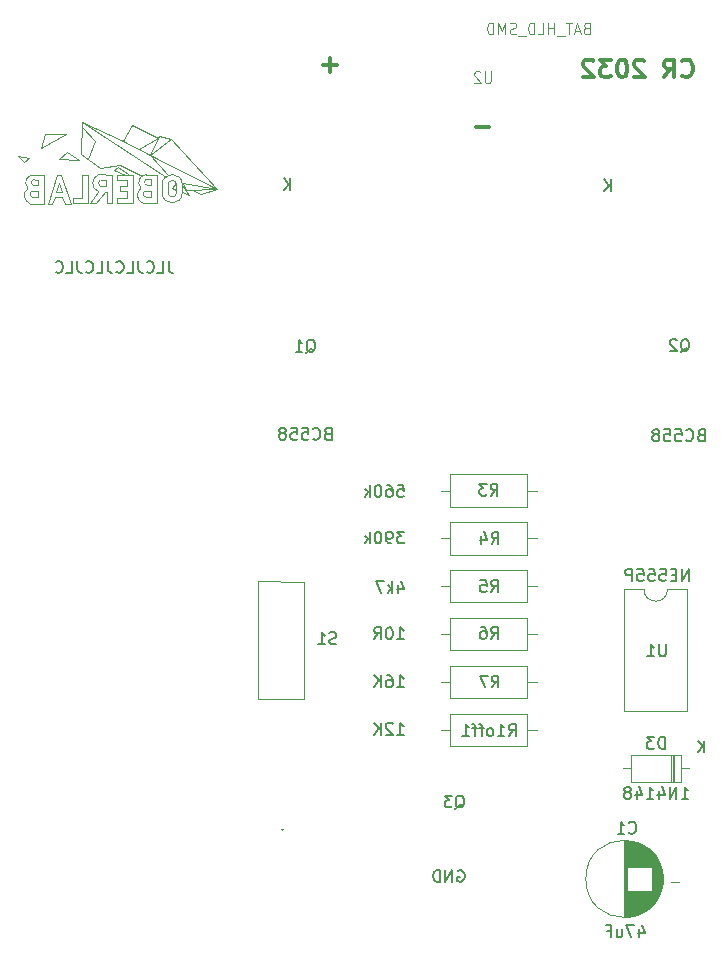
<source format=gbr>
%TF.GenerationSoftware,KiCad,Pcbnew,7.0.8*%
%TF.CreationDate,2024-08-22T12:09:47+02:00*%
%TF.ProjectId,Cow,436f772e-6b69-4636-9164-5f7063625858,rev?*%
%TF.SameCoordinates,Original*%
%TF.FileFunction,Legend,Bot*%
%TF.FilePolarity,Positive*%
%FSLAX46Y46*%
G04 Gerber Fmt 4.6, Leading zero omitted, Abs format (unit mm)*
G04 Created by KiCad (PCBNEW 7.0.8) date 2024-08-22 12:09:47*
%MOMM*%
%LPD*%
G01*
G04 APERTURE LIST*
%ADD10C,0.150000*%
%ADD11C,0.300000*%
%ADD12C,0.050000*%
%ADD13C,0.120000*%
%ADD14C,0.010000*%
G04 APERTURE END LIST*
D10*
X111067506Y-87489819D02*
X111067506Y-88204104D01*
X111067506Y-88204104D02*
X111115125Y-88346961D01*
X111115125Y-88346961D02*
X111210363Y-88442200D01*
X111210363Y-88442200D02*
X111353220Y-88489819D01*
X111353220Y-88489819D02*
X111448458Y-88489819D01*
X110115125Y-88489819D02*
X110591315Y-88489819D01*
X110591315Y-88489819D02*
X110591315Y-87489819D01*
X109210363Y-88394580D02*
X109257982Y-88442200D01*
X109257982Y-88442200D02*
X109400839Y-88489819D01*
X109400839Y-88489819D02*
X109496077Y-88489819D01*
X109496077Y-88489819D02*
X109638934Y-88442200D01*
X109638934Y-88442200D02*
X109734172Y-88346961D01*
X109734172Y-88346961D02*
X109781791Y-88251723D01*
X109781791Y-88251723D02*
X109829410Y-88061247D01*
X109829410Y-88061247D02*
X109829410Y-87918390D01*
X109829410Y-87918390D02*
X109781791Y-87727914D01*
X109781791Y-87727914D02*
X109734172Y-87632676D01*
X109734172Y-87632676D02*
X109638934Y-87537438D01*
X109638934Y-87537438D02*
X109496077Y-87489819D01*
X109496077Y-87489819D02*
X109400839Y-87489819D01*
X109400839Y-87489819D02*
X109257982Y-87537438D01*
X109257982Y-87537438D02*
X109210363Y-87585057D01*
X108496077Y-87489819D02*
X108496077Y-88204104D01*
X108496077Y-88204104D02*
X108543696Y-88346961D01*
X108543696Y-88346961D02*
X108638934Y-88442200D01*
X108638934Y-88442200D02*
X108781791Y-88489819D01*
X108781791Y-88489819D02*
X108877029Y-88489819D01*
X107543696Y-88489819D02*
X108019886Y-88489819D01*
X108019886Y-88489819D02*
X108019886Y-87489819D01*
X106638934Y-88394580D02*
X106686553Y-88442200D01*
X106686553Y-88442200D02*
X106829410Y-88489819D01*
X106829410Y-88489819D02*
X106924648Y-88489819D01*
X106924648Y-88489819D02*
X107067505Y-88442200D01*
X107067505Y-88442200D02*
X107162743Y-88346961D01*
X107162743Y-88346961D02*
X107210362Y-88251723D01*
X107210362Y-88251723D02*
X107257981Y-88061247D01*
X107257981Y-88061247D02*
X107257981Y-87918390D01*
X107257981Y-87918390D02*
X107210362Y-87727914D01*
X107210362Y-87727914D02*
X107162743Y-87632676D01*
X107162743Y-87632676D02*
X107067505Y-87537438D01*
X107067505Y-87537438D02*
X106924648Y-87489819D01*
X106924648Y-87489819D02*
X106829410Y-87489819D01*
X106829410Y-87489819D02*
X106686553Y-87537438D01*
X106686553Y-87537438D02*
X106638934Y-87585057D01*
X105924648Y-87489819D02*
X105924648Y-88204104D01*
X105924648Y-88204104D02*
X105972267Y-88346961D01*
X105972267Y-88346961D02*
X106067505Y-88442200D01*
X106067505Y-88442200D02*
X106210362Y-88489819D01*
X106210362Y-88489819D02*
X106305600Y-88489819D01*
X104972267Y-88489819D02*
X105448457Y-88489819D01*
X105448457Y-88489819D02*
X105448457Y-87489819D01*
X104067505Y-88394580D02*
X104115124Y-88442200D01*
X104115124Y-88442200D02*
X104257981Y-88489819D01*
X104257981Y-88489819D02*
X104353219Y-88489819D01*
X104353219Y-88489819D02*
X104496076Y-88442200D01*
X104496076Y-88442200D02*
X104591314Y-88346961D01*
X104591314Y-88346961D02*
X104638933Y-88251723D01*
X104638933Y-88251723D02*
X104686552Y-88061247D01*
X104686552Y-88061247D02*
X104686552Y-87918390D01*
X104686552Y-87918390D02*
X104638933Y-87727914D01*
X104638933Y-87727914D02*
X104591314Y-87632676D01*
X104591314Y-87632676D02*
X104496076Y-87537438D01*
X104496076Y-87537438D02*
X104353219Y-87489819D01*
X104353219Y-87489819D02*
X104257981Y-87489819D01*
X104257981Y-87489819D02*
X104115124Y-87537438D01*
X104115124Y-87537438D02*
X104067505Y-87585057D01*
X103353219Y-87489819D02*
X103353219Y-88204104D01*
X103353219Y-88204104D02*
X103400838Y-88346961D01*
X103400838Y-88346961D02*
X103496076Y-88442200D01*
X103496076Y-88442200D02*
X103638933Y-88489819D01*
X103638933Y-88489819D02*
X103734171Y-88489819D01*
X102400838Y-88489819D02*
X102877028Y-88489819D01*
X102877028Y-88489819D02*
X102877028Y-87489819D01*
X101496076Y-88394580D02*
X101543695Y-88442200D01*
X101543695Y-88442200D02*
X101686552Y-88489819D01*
X101686552Y-88489819D02*
X101781790Y-88489819D01*
X101781790Y-88489819D02*
X101924647Y-88442200D01*
X101924647Y-88442200D02*
X102019885Y-88346961D01*
X102019885Y-88346961D02*
X102067504Y-88251723D01*
X102067504Y-88251723D02*
X102115123Y-88061247D01*
X102115123Y-88061247D02*
X102115123Y-87918390D01*
X102115123Y-87918390D02*
X102067504Y-87727914D01*
X102067504Y-87727914D02*
X102019885Y-87632676D01*
X102019885Y-87632676D02*
X101924647Y-87537438D01*
X101924647Y-87537438D02*
X101781790Y-87489819D01*
X101781790Y-87489819D02*
X101686552Y-87489819D01*
X101686552Y-87489819D02*
X101543695Y-87537438D01*
X101543695Y-87537438D02*
X101496076Y-87585057D01*
D11*
X154538346Y-71797971D02*
X154609774Y-71869400D01*
X154609774Y-71869400D02*
X154824060Y-71940828D01*
X154824060Y-71940828D02*
X154966917Y-71940828D01*
X154966917Y-71940828D02*
X155181203Y-71869400D01*
X155181203Y-71869400D02*
X155324060Y-71726542D01*
X155324060Y-71726542D02*
X155395489Y-71583685D01*
X155395489Y-71583685D02*
X155466917Y-71297971D01*
X155466917Y-71297971D02*
X155466917Y-71083685D01*
X155466917Y-71083685D02*
X155395489Y-70797971D01*
X155395489Y-70797971D02*
X155324060Y-70655114D01*
X155324060Y-70655114D02*
X155181203Y-70512257D01*
X155181203Y-70512257D02*
X154966917Y-70440828D01*
X154966917Y-70440828D02*
X154824060Y-70440828D01*
X154824060Y-70440828D02*
X154609774Y-70512257D01*
X154609774Y-70512257D02*
X154538346Y-70583685D01*
X153038346Y-71940828D02*
X153538346Y-71226542D01*
X153895489Y-71940828D02*
X153895489Y-70440828D01*
X153895489Y-70440828D02*
X153324060Y-70440828D01*
X153324060Y-70440828D02*
X153181203Y-70512257D01*
X153181203Y-70512257D02*
X153109774Y-70583685D01*
X153109774Y-70583685D02*
X153038346Y-70726542D01*
X153038346Y-70726542D02*
X153038346Y-70940828D01*
X153038346Y-70940828D02*
X153109774Y-71083685D01*
X153109774Y-71083685D02*
X153181203Y-71155114D01*
X153181203Y-71155114D02*
X153324060Y-71226542D01*
X153324060Y-71226542D02*
X153895489Y-71226542D01*
X151324060Y-70583685D02*
X151252632Y-70512257D01*
X151252632Y-70512257D02*
X151109775Y-70440828D01*
X151109775Y-70440828D02*
X150752632Y-70440828D01*
X150752632Y-70440828D02*
X150609775Y-70512257D01*
X150609775Y-70512257D02*
X150538346Y-70583685D01*
X150538346Y-70583685D02*
X150466917Y-70726542D01*
X150466917Y-70726542D02*
X150466917Y-70869400D01*
X150466917Y-70869400D02*
X150538346Y-71083685D01*
X150538346Y-71083685D02*
X151395489Y-71940828D01*
X151395489Y-71940828D02*
X150466917Y-71940828D01*
X149538346Y-70440828D02*
X149395489Y-70440828D01*
X149395489Y-70440828D02*
X149252632Y-70512257D01*
X149252632Y-70512257D02*
X149181204Y-70583685D01*
X149181204Y-70583685D02*
X149109775Y-70726542D01*
X149109775Y-70726542D02*
X149038346Y-71012257D01*
X149038346Y-71012257D02*
X149038346Y-71369400D01*
X149038346Y-71369400D02*
X149109775Y-71655114D01*
X149109775Y-71655114D02*
X149181204Y-71797971D01*
X149181204Y-71797971D02*
X149252632Y-71869400D01*
X149252632Y-71869400D02*
X149395489Y-71940828D01*
X149395489Y-71940828D02*
X149538346Y-71940828D01*
X149538346Y-71940828D02*
X149681204Y-71869400D01*
X149681204Y-71869400D02*
X149752632Y-71797971D01*
X149752632Y-71797971D02*
X149824061Y-71655114D01*
X149824061Y-71655114D02*
X149895489Y-71369400D01*
X149895489Y-71369400D02*
X149895489Y-71012257D01*
X149895489Y-71012257D02*
X149824061Y-70726542D01*
X149824061Y-70726542D02*
X149752632Y-70583685D01*
X149752632Y-70583685D02*
X149681204Y-70512257D01*
X149681204Y-70512257D02*
X149538346Y-70440828D01*
X148538347Y-70440828D02*
X147609775Y-70440828D01*
X147609775Y-70440828D02*
X148109775Y-71012257D01*
X148109775Y-71012257D02*
X147895490Y-71012257D01*
X147895490Y-71012257D02*
X147752633Y-71083685D01*
X147752633Y-71083685D02*
X147681204Y-71155114D01*
X147681204Y-71155114D02*
X147609775Y-71297971D01*
X147609775Y-71297971D02*
X147609775Y-71655114D01*
X147609775Y-71655114D02*
X147681204Y-71797971D01*
X147681204Y-71797971D02*
X147752633Y-71869400D01*
X147752633Y-71869400D02*
X147895490Y-71940828D01*
X147895490Y-71940828D02*
X148324061Y-71940828D01*
X148324061Y-71940828D02*
X148466918Y-71869400D01*
X148466918Y-71869400D02*
X148538347Y-71797971D01*
X147038347Y-70583685D02*
X146966919Y-70512257D01*
X146966919Y-70512257D02*
X146824062Y-70440828D01*
X146824062Y-70440828D02*
X146466919Y-70440828D01*
X146466919Y-70440828D02*
X146324062Y-70512257D01*
X146324062Y-70512257D02*
X146252633Y-70583685D01*
X146252633Y-70583685D02*
X146181204Y-70726542D01*
X146181204Y-70726542D02*
X146181204Y-70869400D01*
X146181204Y-70869400D02*
X146252633Y-71083685D01*
X146252633Y-71083685D02*
X147109776Y-71940828D01*
X147109776Y-71940828D02*
X146181204Y-71940828D01*
X125305489Y-70899400D02*
X124162632Y-70899400D01*
X124734060Y-71470828D02*
X124734060Y-70327971D01*
D10*
X148531904Y-80565180D02*
X148531904Y-81565180D01*
X147960476Y-80565180D02*
X148389047Y-81136609D01*
X147960476Y-81565180D02*
X148531904Y-80993752D01*
X135345238Y-133850057D02*
X135440476Y-133802438D01*
X135440476Y-133802438D02*
X135535714Y-133707200D01*
X135535714Y-133707200D02*
X135678571Y-133564342D01*
X135678571Y-133564342D02*
X135773809Y-133516723D01*
X135773809Y-133516723D02*
X135869047Y-133516723D01*
X135821428Y-133754819D02*
X135916666Y-133707200D01*
X135916666Y-133707200D02*
X136011904Y-133611961D01*
X136011904Y-133611961D02*
X136059523Y-133421485D01*
X136059523Y-133421485D02*
X136059523Y-133088152D01*
X136059523Y-133088152D02*
X136011904Y-132897676D01*
X136011904Y-132897676D02*
X135916666Y-132802438D01*
X135916666Y-132802438D02*
X135821428Y-132754819D01*
X135821428Y-132754819D02*
X135630952Y-132754819D01*
X135630952Y-132754819D02*
X135535714Y-132802438D01*
X135535714Y-132802438D02*
X135440476Y-132897676D01*
X135440476Y-132897676D02*
X135392857Y-133088152D01*
X135392857Y-133088152D02*
X135392857Y-133421485D01*
X135392857Y-133421485D02*
X135440476Y-133611961D01*
X135440476Y-133611961D02*
X135535714Y-133707200D01*
X135535714Y-133707200D02*
X135630952Y-133754819D01*
X135630952Y-133754819D02*
X135821428Y-133754819D01*
X135059523Y-132754819D02*
X134440476Y-132754819D01*
X134440476Y-132754819D02*
X134773809Y-133135771D01*
X134773809Y-133135771D02*
X134630952Y-133135771D01*
X134630952Y-133135771D02*
X134535714Y-133183390D01*
X134535714Y-133183390D02*
X134488095Y-133231009D01*
X134488095Y-133231009D02*
X134440476Y-133326247D01*
X134440476Y-133326247D02*
X134440476Y-133564342D01*
X134440476Y-133564342D02*
X134488095Y-133659580D01*
X134488095Y-133659580D02*
X134535714Y-133707200D01*
X134535714Y-133707200D02*
X134630952Y-133754819D01*
X134630952Y-133754819D02*
X134916666Y-133754819D01*
X134916666Y-133754819D02*
X135011904Y-133707200D01*
X135011904Y-133707200D02*
X135059523Y-133659580D01*
X150916666Y-144078152D02*
X150916666Y-144744819D01*
X151154761Y-143697200D02*
X151392856Y-144411485D01*
X151392856Y-144411485D02*
X150773809Y-144411485D01*
X150488094Y-143744819D02*
X149821428Y-143744819D01*
X149821428Y-143744819D02*
X150249999Y-144744819D01*
X149011904Y-144078152D02*
X149011904Y-144744819D01*
X149440475Y-144078152D02*
X149440475Y-144601961D01*
X149440475Y-144601961D02*
X149392856Y-144697200D01*
X149392856Y-144697200D02*
X149297618Y-144744819D01*
X149297618Y-144744819D02*
X149154761Y-144744819D01*
X149154761Y-144744819D02*
X149059523Y-144697200D01*
X149059523Y-144697200D02*
X149011904Y-144649580D01*
X148202380Y-144221009D02*
X148535713Y-144221009D01*
X148535713Y-144744819D02*
X148535713Y-143744819D01*
X148535713Y-143744819D02*
X148059523Y-143744819D01*
X135558095Y-139122438D02*
X135653333Y-139074819D01*
X135653333Y-139074819D02*
X135796190Y-139074819D01*
X135796190Y-139074819D02*
X135939047Y-139122438D01*
X135939047Y-139122438D02*
X136034285Y-139217676D01*
X136034285Y-139217676D02*
X136081904Y-139312914D01*
X136081904Y-139312914D02*
X136129523Y-139503390D01*
X136129523Y-139503390D02*
X136129523Y-139646247D01*
X136129523Y-139646247D02*
X136081904Y-139836723D01*
X136081904Y-139836723D02*
X136034285Y-139931961D01*
X136034285Y-139931961D02*
X135939047Y-140027200D01*
X135939047Y-140027200D02*
X135796190Y-140074819D01*
X135796190Y-140074819D02*
X135700952Y-140074819D01*
X135700952Y-140074819D02*
X135558095Y-140027200D01*
X135558095Y-140027200D02*
X135510476Y-139979580D01*
X135510476Y-139979580D02*
X135510476Y-139646247D01*
X135510476Y-139646247D02*
X135700952Y-139646247D01*
X135081904Y-140074819D02*
X135081904Y-139074819D01*
X135081904Y-139074819D02*
X134510476Y-140074819D01*
X134510476Y-140074819D02*
X134510476Y-139074819D01*
X134034285Y-140074819D02*
X134034285Y-139074819D01*
X134034285Y-139074819D02*
X133796190Y-139074819D01*
X133796190Y-139074819D02*
X133653333Y-139122438D01*
X133653333Y-139122438D02*
X133558095Y-139217676D01*
X133558095Y-139217676D02*
X133510476Y-139312914D01*
X133510476Y-139312914D02*
X133462857Y-139503390D01*
X133462857Y-139503390D02*
X133462857Y-139646247D01*
X133462857Y-139646247D02*
X133510476Y-139836723D01*
X133510476Y-139836723D02*
X133558095Y-139931961D01*
X133558095Y-139931961D02*
X133653333Y-140027200D01*
X133653333Y-140027200D02*
X133796190Y-140074819D01*
X133796190Y-140074819D02*
X134034285Y-140074819D01*
X121371904Y-80455180D02*
X121371904Y-81455180D01*
X120800476Y-80455180D02*
X121229047Y-81026609D01*
X120800476Y-81455180D02*
X121371904Y-80883752D01*
D11*
X138195489Y-76159400D02*
X137052632Y-76159400D01*
D10*
X154415238Y-95190057D02*
X154510476Y-95142438D01*
X154510476Y-95142438D02*
X154605714Y-95047200D01*
X154605714Y-95047200D02*
X154748571Y-94904342D01*
X154748571Y-94904342D02*
X154843809Y-94856723D01*
X154843809Y-94856723D02*
X154939047Y-94856723D01*
X154891428Y-95094819D02*
X154986666Y-95047200D01*
X154986666Y-95047200D02*
X155081904Y-94951961D01*
X155081904Y-94951961D02*
X155129523Y-94761485D01*
X155129523Y-94761485D02*
X155129523Y-94428152D01*
X155129523Y-94428152D02*
X155081904Y-94237676D01*
X155081904Y-94237676D02*
X154986666Y-94142438D01*
X154986666Y-94142438D02*
X154891428Y-94094819D01*
X154891428Y-94094819D02*
X154700952Y-94094819D01*
X154700952Y-94094819D02*
X154605714Y-94142438D01*
X154605714Y-94142438D02*
X154510476Y-94237676D01*
X154510476Y-94237676D02*
X154462857Y-94428152D01*
X154462857Y-94428152D02*
X154462857Y-94761485D01*
X154462857Y-94761485D02*
X154510476Y-94951961D01*
X154510476Y-94951961D02*
X154605714Y-95047200D01*
X154605714Y-95047200D02*
X154700952Y-95094819D01*
X154700952Y-95094819D02*
X154891428Y-95094819D01*
X154081904Y-94190057D02*
X154034285Y-94142438D01*
X154034285Y-94142438D02*
X153939047Y-94094819D01*
X153939047Y-94094819D02*
X153700952Y-94094819D01*
X153700952Y-94094819D02*
X153605714Y-94142438D01*
X153605714Y-94142438D02*
X153558095Y-94190057D01*
X153558095Y-94190057D02*
X153510476Y-94285295D01*
X153510476Y-94285295D02*
X153510476Y-94380533D01*
X153510476Y-94380533D02*
X153558095Y-94523390D01*
X153558095Y-94523390D02*
X154129523Y-95094819D01*
X154129523Y-95094819D02*
X153510476Y-95094819D01*
X156127142Y-102221009D02*
X155984285Y-102268628D01*
X155984285Y-102268628D02*
X155936666Y-102316247D01*
X155936666Y-102316247D02*
X155889047Y-102411485D01*
X155889047Y-102411485D02*
X155889047Y-102554342D01*
X155889047Y-102554342D02*
X155936666Y-102649580D01*
X155936666Y-102649580D02*
X155984285Y-102697200D01*
X155984285Y-102697200D02*
X156079523Y-102744819D01*
X156079523Y-102744819D02*
X156460475Y-102744819D01*
X156460475Y-102744819D02*
X156460475Y-101744819D01*
X156460475Y-101744819D02*
X156127142Y-101744819D01*
X156127142Y-101744819D02*
X156031904Y-101792438D01*
X156031904Y-101792438D02*
X155984285Y-101840057D01*
X155984285Y-101840057D02*
X155936666Y-101935295D01*
X155936666Y-101935295D02*
X155936666Y-102030533D01*
X155936666Y-102030533D02*
X155984285Y-102125771D01*
X155984285Y-102125771D02*
X156031904Y-102173390D01*
X156031904Y-102173390D02*
X156127142Y-102221009D01*
X156127142Y-102221009D02*
X156460475Y-102221009D01*
X154889047Y-102649580D02*
X154936666Y-102697200D01*
X154936666Y-102697200D02*
X155079523Y-102744819D01*
X155079523Y-102744819D02*
X155174761Y-102744819D01*
X155174761Y-102744819D02*
X155317618Y-102697200D01*
X155317618Y-102697200D02*
X155412856Y-102601961D01*
X155412856Y-102601961D02*
X155460475Y-102506723D01*
X155460475Y-102506723D02*
X155508094Y-102316247D01*
X155508094Y-102316247D02*
X155508094Y-102173390D01*
X155508094Y-102173390D02*
X155460475Y-101982914D01*
X155460475Y-101982914D02*
X155412856Y-101887676D01*
X155412856Y-101887676D02*
X155317618Y-101792438D01*
X155317618Y-101792438D02*
X155174761Y-101744819D01*
X155174761Y-101744819D02*
X155079523Y-101744819D01*
X155079523Y-101744819D02*
X154936666Y-101792438D01*
X154936666Y-101792438D02*
X154889047Y-101840057D01*
X153984285Y-101744819D02*
X154460475Y-101744819D01*
X154460475Y-101744819D02*
X154508094Y-102221009D01*
X154508094Y-102221009D02*
X154460475Y-102173390D01*
X154460475Y-102173390D02*
X154365237Y-102125771D01*
X154365237Y-102125771D02*
X154127142Y-102125771D01*
X154127142Y-102125771D02*
X154031904Y-102173390D01*
X154031904Y-102173390D02*
X153984285Y-102221009D01*
X153984285Y-102221009D02*
X153936666Y-102316247D01*
X153936666Y-102316247D02*
X153936666Y-102554342D01*
X153936666Y-102554342D02*
X153984285Y-102649580D01*
X153984285Y-102649580D02*
X154031904Y-102697200D01*
X154031904Y-102697200D02*
X154127142Y-102744819D01*
X154127142Y-102744819D02*
X154365237Y-102744819D01*
X154365237Y-102744819D02*
X154460475Y-102697200D01*
X154460475Y-102697200D02*
X154508094Y-102649580D01*
X153031904Y-101744819D02*
X153508094Y-101744819D01*
X153508094Y-101744819D02*
X153555713Y-102221009D01*
X153555713Y-102221009D02*
X153508094Y-102173390D01*
X153508094Y-102173390D02*
X153412856Y-102125771D01*
X153412856Y-102125771D02*
X153174761Y-102125771D01*
X153174761Y-102125771D02*
X153079523Y-102173390D01*
X153079523Y-102173390D02*
X153031904Y-102221009D01*
X153031904Y-102221009D02*
X152984285Y-102316247D01*
X152984285Y-102316247D02*
X152984285Y-102554342D01*
X152984285Y-102554342D02*
X153031904Y-102649580D01*
X153031904Y-102649580D02*
X153079523Y-102697200D01*
X153079523Y-102697200D02*
X153174761Y-102744819D01*
X153174761Y-102744819D02*
X153412856Y-102744819D01*
X153412856Y-102744819D02*
X153508094Y-102697200D01*
X153508094Y-102697200D02*
X153555713Y-102649580D01*
X152412856Y-102173390D02*
X152508094Y-102125771D01*
X152508094Y-102125771D02*
X152555713Y-102078152D01*
X152555713Y-102078152D02*
X152603332Y-101982914D01*
X152603332Y-101982914D02*
X152603332Y-101935295D01*
X152603332Y-101935295D02*
X152555713Y-101840057D01*
X152555713Y-101840057D02*
X152508094Y-101792438D01*
X152508094Y-101792438D02*
X152412856Y-101744819D01*
X152412856Y-101744819D02*
X152222380Y-101744819D01*
X152222380Y-101744819D02*
X152127142Y-101792438D01*
X152127142Y-101792438D02*
X152079523Y-101840057D01*
X152079523Y-101840057D02*
X152031904Y-101935295D01*
X152031904Y-101935295D02*
X152031904Y-101982914D01*
X152031904Y-101982914D02*
X152079523Y-102078152D01*
X152079523Y-102078152D02*
X152127142Y-102125771D01*
X152127142Y-102125771D02*
X152222380Y-102173390D01*
X152222380Y-102173390D02*
X152412856Y-102173390D01*
X152412856Y-102173390D02*
X152508094Y-102221009D01*
X152508094Y-102221009D02*
X152555713Y-102268628D01*
X152555713Y-102268628D02*
X152603332Y-102363866D01*
X152603332Y-102363866D02*
X152603332Y-102554342D01*
X152603332Y-102554342D02*
X152555713Y-102649580D01*
X152555713Y-102649580D02*
X152508094Y-102697200D01*
X152508094Y-102697200D02*
X152412856Y-102744819D01*
X152412856Y-102744819D02*
X152222380Y-102744819D01*
X152222380Y-102744819D02*
X152127142Y-102697200D01*
X152127142Y-102697200D02*
X152079523Y-102649580D01*
X152079523Y-102649580D02*
X152031904Y-102554342D01*
X152031904Y-102554342D02*
X152031904Y-102363866D01*
X152031904Y-102363866D02*
X152079523Y-102268628D01*
X152079523Y-102268628D02*
X152127142Y-102221009D01*
X152127142Y-102221009D02*
X152222380Y-102173390D01*
X122725238Y-95250057D02*
X122820476Y-95202438D01*
X122820476Y-95202438D02*
X122915714Y-95107200D01*
X122915714Y-95107200D02*
X123058571Y-94964342D01*
X123058571Y-94964342D02*
X123153809Y-94916723D01*
X123153809Y-94916723D02*
X123249047Y-94916723D01*
X123201428Y-95154819D02*
X123296666Y-95107200D01*
X123296666Y-95107200D02*
X123391904Y-95011961D01*
X123391904Y-95011961D02*
X123439523Y-94821485D01*
X123439523Y-94821485D02*
X123439523Y-94488152D01*
X123439523Y-94488152D02*
X123391904Y-94297676D01*
X123391904Y-94297676D02*
X123296666Y-94202438D01*
X123296666Y-94202438D02*
X123201428Y-94154819D01*
X123201428Y-94154819D02*
X123010952Y-94154819D01*
X123010952Y-94154819D02*
X122915714Y-94202438D01*
X122915714Y-94202438D02*
X122820476Y-94297676D01*
X122820476Y-94297676D02*
X122772857Y-94488152D01*
X122772857Y-94488152D02*
X122772857Y-94821485D01*
X122772857Y-94821485D02*
X122820476Y-95011961D01*
X122820476Y-95011961D02*
X122915714Y-95107200D01*
X122915714Y-95107200D02*
X123010952Y-95154819D01*
X123010952Y-95154819D02*
X123201428Y-95154819D01*
X121820476Y-95154819D02*
X122391904Y-95154819D01*
X122106190Y-95154819D02*
X122106190Y-94154819D01*
X122106190Y-94154819D02*
X122201428Y-94297676D01*
X122201428Y-94297676D02*
X122296666Y-94392914D01*
X122296666Y-94392914D02*
X122391904Y-94440533D01*
X124527142Y-102101009D02*
X124384285Y-102148628D01*
X124384285Y-102148628D02*
X124336666Y-102196247D01*
X124336666Y-102196247D02*
X124289047Y-102291485D01*
X124289047Y-102291485D02*
X124289047Y-102434342D01*
X124289047Y-102434342D02*
X124336666Y-102529580D01*
X124336666Y-102529580D02*
X124384285Y-102577200D01*
X124384285Y-102577200D02*
X124479523Y-102624819D01*
X124479523Y-102624819D02*
X124860475Y-102624819D01*
X124860475Y-102624819D02*
X124860475Y-101624819D01*
X124860475Y-101624819D02*
X124527142Y-101624819D01*
X124527142Y-101624819D02*
X124431904Y-101672438D01*
X124431904Y-101672438D02*
X124384285Y-101720057D01*
X124384285Y-101720057D02*
X124336666Y-101815295D01*
X124336666Y-101815295D02*
X124336666Y-101910533D01*
X124336666Y-101910533D02*
X124384285Y-102005771D01*
X124384285Y-102005771D02*
X124431904Y-102053390D01*
X124431904Y-102053390D02*
X124527142Y-102101009D01*
X124527142Y-102101009D02*
X124860475Y-102101009D01*
X123289047Y-102529580D02*
X123336666Y-102577200D01*
X123336666Y-102577200D02*
X123479523Y-102624819D01*
X123479523Y-102624819D02*
X123574761Y-102624819D01*
X123574761Y-102624819D02*
X123717618Y-102577200D01*
X123717618Y-102577200D02*
X123812856Y-102481961D01*
X123812856Y-102481961D02*
X123860475Y-102386723D01*
X123860475Y-102386723D02*
X123908094Y-102196247D01*
X123908094Y-102196247D02*
X123908094Y-102053390D01*
X123908094Y-102053390D02*
X123860475Y-101862914D01*
X123860475Y-101862914D02*
X123812856Y-101767676D01*
X123812856Y-101767676D02*
X123717618Y-101672438D01*
X123717618Y-101672438D02*
X123574761Y-101624819D01*
X123574761Y-101624819D02*
X123479523Y-101624819D01*
X123479523Y-101624819D02*
X123336666Y-101672438D01*
X123336666Y-101672438D02*
X123289047Y-101720057D01*
X122384285Y-101624819D02*
X122860475Y-101624819D01*
X122860475Y-101624819D02*
X122908094Y-102101009D01*
X122908094Y-102101009D02*
X122860475Y-102053390D01*
X122860475Y-102053390D02*
X122765237Y-102005771D01*
X122765237Y-102005771D02*
X122527142Y-102005771D01*
X122527142Y-102005771D02*
X122431904Y-102053390D01*
X122431904Y-102053390D02*
X122384285Y-102101009D01*
X122384285Y-102101009D02*
X122336666Y-102196247D01*
X122336666Y-102196247D02*
X122336666Y-102434342D01*
X122336666Y-102434342D02*
X122384285Y-102529580D01*
X122384285Y-102529580D02*
X122431904Y-102577200D01*
X122431904Y-102577200D02*
X122527142Y-102624819D01*
X122527142Y-102624819D02*
X122765237Y-102624819D01*
X122765237Y-102624819D02*
X122860475Y-102577200D01*
X122860475Y-102577200D02*
X122908094Y-102529580D01*
X121431904Y-101624819D02*
X121908094Y-101624819D01*
X121908094Y-101624819D02*
X121955713Y-102101009D01*
X121955713Y-102101009D02*
X121908094Y-102053390D01*
X121908094Y-102053390D02*
X121812856Y-102005771D01*
X121812856Y-102005771D02*
X121574761Y-102005771D01*
X121574761Y-102005771D02*
X121479523Y-102053390D01*
X121479523Y-102053390D02*
X121431904Y-102101009D01*
X121431904Y-102101009D02*
X121384285Y-102196247D01*
X121384285Y-102196247D02*
X121384285Y-102434342D01*
X121384285Y-102434342D02*
X121431904Y-102529580D01*
X121431904Y-102529580D02*
X121479523Y-102577200D01*
X121479523Y-102577200D02*
X121574761Y-102624819D01*
X121574761Y-102624819D02*
X121812856Y-102624819D01*
X121812856Y-102624819D02*
X121908094Y-102577200D01*
X121908094Y-102577200D02*
X121955713Y-102529580D01*
X120812856Y-102053390D02*
X120908094Y-102005771D01*
X120908094Y-102005771D02*
X120955713Y-101958152D01*
X120955713Y-101958152D02*
X121003332Y-101862914D01*
X121003332Y-101862914D02*
X121003332Y-101815295D01*
X121003332Y-101815295D02*
X120955713Y-101720057D01*
X120955713Y-101720057D02*
X120908094Y-101672438D01*
X120908094Y-101672438D02*
X120812856Y-101624819D01*
X120812856Y-101624819D02*
X120622380Y-101624819D01*
X120622380Y-101624819D02*
X120527142Y-101672438D01*
X120527142Y-101672438D02*
X120479523Y-101720057D01*
X120479523Y-101720057D02*
X120431904Y-101815295D01*
X120431904Y-101815295D02*
X120431904Y-101862914D01*
X120431904Y-101862914D02*
X120479523Y-101958152D01*
X120479523Y-101958152D02*
X120527142Y-102005771D01*
X120527142Y-102005771D02*
X120622380Y-102053390D01*
X120622380Y-102053390D02*
X120812856Y-102053390D01*
X120812856Y-102053390D02*
X120908094Y-102101009D01*
X120908094Y-102101009D02*
X120955713Y-102148628D01*
X120955713Y-102148628D02*
X121003332Y-102243866D01*
X121003332Y-102243866D02*
X121003332Y-102434342D01*
X121003332Y-102434342D02*
X120955713Y-102529580D01*
X120955713Y-102529580D02*
X120908094Y-102577200D01*
X120908094Y-102577200D02*
X120812856Y-102624819D01*
X120812856Y-102624819D02*
X120622380Y-102624819D01*
X120622380Y-102624819D02*
X120527142Y-102577200D01*
X120527142Y-102577200D02*
X120479523Y-102529580D01*
X120479523Y-102529580D02*
X120431904Y-102434342D01*
X120431904Y-102434342D02*
X120431904Y-102243866D01*
X120431904Y-102243866D02*
X120479523Y-102148628D01*
X120479523Y-102148628D02*
X120527142Y-102101009D01*
X120527142Y-102101009D02*
X120622380Y-102053390D01*
X150036666Y-135869580D02*
X150084285Y-135917200D01*
X150084285Y-135917200D02*
X150227142Y-135964819D01*
X150227142Y-135964819D02*
X150322380Y-135964819D01*
X150322380Y-135964819D02*
X150465237Y-135917200D01*
X150465237Y-135917200D02*
X150560475Y-135821961D01*
X150560475Y-135821961D02*
X150608094Y-135726723D01*
X150608094Y-135726723D02*
X150655713Y-135536247D01*
X150655713Y-135536247D02*
X150655713Y-135393390D01*
X150655713Y-135393390D02*
X150608094Y-135202914D01*
X150608094Y-135202914D02*
X150560475Y-135107676D01*
X150560475Y-135107676D02*
X150465237Y-135012438D01*
X150465237Y-135012438D02*
X150322380Y-134964819D01*
X150322380Y-134964819D02*
X150227142Y-134964819D01*
X150227142Y-134964819D02*
X150084285Y-135012438D01*
X150084285Y-135012438D02*
X150036666Y-135060057D01*
X149084285Y-135964819D02*
X149655713Y-135964819D01*
X149369999Y-135964819D02*
X149369999Y-134964819D01*
X149369999Y-134964819D02*
X149465237Y-135107676D01*
X149465237Y-135107676D02*
X149560475Y-135202914D01*
X149560475Y-135202914D02*
X149655713Y-135250533D01*
X125251904Y-119897200D02*
X125109047Y-119944819D01*
X125109047Y-119944819D02*
X124870952Y-119944819D01*
X124870952Y-119944819D02*
X124775714Y-119897200D01*
X124775714Y-119897200D02*
X124728095Y-119849580D01*
X124728095Y-119849580D02*
X124680476Y-119754342D01*
X124680476Y-119754342D02*
X124680476Y-119659104D01*
X124680476Y-119659104D02*
X124728095Y-119563866D01*
X124728095Y-119563866D02*
X124775714Y-119516247D01*
X124775714Y-119516247D02*
X124870952Y-119468628D01*
X124870952Y-119468628D02*
X125061428Y-119421009D01*
X125061428Y-119421009D02*
X125156666Y-119373390D01*
X125156666Y-119373390D02*
X125204285Y-119325771D01*
X125204285Y-119325771D02*
X125251904Y-119230533D01*
X125251904Y-119230533D02*
X125251904Y-119135295D01*
X125251904Y-119135295D02*
X125204285Y-119040057D01*
X125204285Y-119040057D02*
X125156666Y-118992438D01*
X125156666Y-118992438D02*
X125061428Y-118944819D01*
X125061428Y-118944819D02*
X124823333Y-118944819D01*
X124823333Y-118944819D02*
X124680476Y-118992438D01*
X123728095Y-119944819D02*
X124299523Y-119944819D01*
X124013809Y-119944819D02*
X124013809Y-118944819D01*
X124013809Y-118944819D02*
X124109047Y-119087676D01*
X124109047Y-119087676D02*
X124204285Y-119182914D01*
X124204285Y-119182914D02*
X124299523Y-119230533D01*
X138336666Y-107354819D02*
X138669999Y-106878628D01*
X138908094Y-107354819D02*
X138908094Y-106354819D01*
X138908094Y-106354819D02*
X138527142Y-106354819D01*
X138527142Y-106354819D02*
X138431904Y-106402438D01*
X138431904Y-106402438D02*
X138384285Y-106450057D01*
X138384285Y-106450057D02*
X138336666Y-106545295D01*
X138336666Y-106545295D02*
X138336666Y-106688152D01*
X138336666Y-106688152D02*
X138384285Y-106783390D01*
X138384285Y-106783390D02*
X138431904Y-106831009D01*
X138431904Y-106831009D02*
X138527142Y-106878628D01*
X138527142Y-106878628D02*
X138908094Y-106878628D01*
X138003332Y-106354819D02*
X137384285Y-106354819D01*
X137384285Y-106354819D02*
X137717618Y-106735771D01*
X137717618Y-106735771D02*
X137574761Y-106735771D01*
X137574761Y-106735771D02*
X137479523Y-106783390D01*
X137479523Y-106783390D02*
X137431904Y-106831009D01*
X137431904Y-106831009D02*
X137384285Y-106926247D01*
X137384285Y-106926247D02*
X137384285Y-107164342D01*
X137384285Y-107164342D02*
X137431904Y-107259580D01*
X137431904Y-107259580D02*
X137479523Y-107307200D01*
X137479523Y-107307200D02*
X137574761Y-107354819D01*
X137574761Y-107354819D02*
X137860475Y-107354819D01*
X137860475Y-107354819D02*
X137955713Y-107307200D01*
X137955713Y-107307200D02*
X138003332Y-107259580D01*
X130459047Y-106454819D02*
X130935237Y-106454819D01*
X130935237Y-106454819D02*
X130982856Y-106931009D01*
X130982856Y-106931009D02*
X130935237Y-106883390D01*
X130935237Y-106883390D02*
X130839999Y-106835771D01*
X130839999Y-106835771D02*
X130601904Y-106835771D01*
X130601904Y-106835771D02*
X130506666Y-106883390D01*
X130506666Y-106883390D02*
X130459047Y-106931009D01*
X130459047Y-106931009D02*
X130411428Y-107026247D01*
X130411428Y-107026247D02*
X130411428Y-107264342D01*
X130411428Y-107264342D02*
X130459047Y-107359580D01*
X130459047Y-107359580D02*
X130506666Y-107407200D01*
X130506666Y-107407200D02*
X130601904Y-107454819D01*
X130601904Y-107454819D02*
X130839999Y-107454819D01*
X130839999Y-107454819D02*
X130935237Y-107407200D01*
X130935237Y-107407200D02*
X130982856Y-107359580D01*
X129554285Y-106454819D02*
X129744761Y-106454819D01*
X129744761Y-106454819D02*
X129839999Y-106502438D01*
X129839999Y-106502438D02*
X129887618Y-106550057D01*
X129887618Y-106550057D02*
X129982856Y-106692914D01*
X129982856Y-106692914D02*
X130030475Y-106883390D01*
X130030475Y-106883390D02*
X130030475Y-107264342D01*
X130030475Y-107264342D02*
X129982856Y-107359580D01*
X129982856Y-107359580D02*
X129935237Y-107407200D01*
X129935237Y-107407200D02*
X129839999Y-107454819D01*
X129839999Y-107454819D02*
X129649523Y-107454819D01*
X129649523Y-107454819D02*
X129554285Y-107407200D01*
X129554285Y-107407200D02*
X129506666Y-107359580D01*
X129506666Y-107359580D02*
X129459047Y-107264342D01*
X129459047Y-107264342D02*
X129459047Y-107026247D01*
X129459047Y-107026247D02*
X129506666Y-106931009D01*
X129506666Y-106931009D02*
X129554285Y-106883390D01*
X129554285Y-106883390D02*
X129649523Y-106835771D01*
X129649523Y-106835771D02*
X129839999Y-106835771D01*
X129839999Y-106835771D02*
X129935237Y-106883390D01*
X129935237Y-106883390D02*
X129982856Y-106931009D01*
X129982856Y-106931009D02*
X130030475Y-107026247D01*
X128839999Y-106454819D02*
X128744761Y-106454819D01*
X128744761Y-106454819D02*
X128649523Y-106502438D01*
X128649523Y-106502438D02*
X128601904Y-106550057D01*
X128601904Y-106550057D02*
X128554285Y-106645295D01*
X128554285Y-106645295D02*
X128506666Y-106835771D01*
X128506666Y-106835771D02*
X128506666Y-107073866D01*
X128506666Y-107073866D02*
X128554285Y-107264342D01*
X128554285Y-107264342D02*
X128601904Y-107359580D01*
X128601904Y-107359580D02*
X128649523Y-107407200D01*
X128649523Y-107407200D02*
X128744761Y-107454819D01*
X128744761Y-107454819D02*
X128839999Y-107454819D01*
X128839999Y-107454819D02*
X128935237Y-107407200D01*
X128935237Y-107407200D02*
X128982856Y-107359580D01*
X128982856Y-107359580D02*
X129030475Y-107264342D01*
X129030475Y-107264342D02*
X129078094Y-107073866D01*
X129078094Y-107073866D02*
X129078094Y-106835771D01*
X129078094Y-106835771D02*
X129030475Y-106645295D01*
X129030475Y-106645295D02*
X128982856Y-106550057D01*
X128982856Y-106550057D02*
X128935237Y-106502438D01*
X128935237Y-106502438D02*
X128839999Y-106454819D01*
X128078094Y-107454819D02*
X128078094Y-106454819D01*
X127982856Y-107073866D02*
X127697142Y-107454819D01*
X127697142Y-106788152D02*
X128078094Y-107169104D01*
X138426666Y-123594819D02*
X138759999Y-123118628D01*
X138998094Y-123594819D02*
X138998094Y-122594819D01*
X138998094Y-122594819D02*
X138617142Y-122594819D01*
X138617142Y-122594819D02*
X138521904Y-122642438D01*
X138521904Y-122642438D02*
X138474285Y-122690057D01*
X138474285Y-122690057D02*
X138426666Y-122785295D01*
X138426666Y-122785295D02*
X138426666Y-122928152D01*
X138426666Y-122928152D02*
X138474285Y-123023390D01*
X138474285Y-123023390D02*
X138521904Y-123071009D01*
X138521904Y-123071009D02*
X138617142Y-123118628D01*
X138617142Y-123118628D02*
X138998094Y-123118628D01*
X138093332Y-122594819D02*
X137426666Y-122594819D01*
X137426666Y-122594819D02*
X137855237Y-123594819D01*
X130411429Y-123574819D02*
X130982857Y-123574819D01*
X130697143Y-123574819D02*
X130697143Y-122574819D01*
X130697143Y-122574819D02*
X130792381Y-122717676D01*
X130792381Y-122717676D02*
X130887619Y-122812914D01*
X130887619Y-122812914D02*
X130982857Y-122860533D01*
X129554286Y-122574819D02*
X129744762Y-122574819D01*
X129744762Y-122574819D02*
X129840000Y-122622438D01*
X129840000Y-122622438D02*
X129887619Y-122670057D01*
X129887619Y-122670057D02*
X129982857Y-122812914D01*
X129982857Y-122812914D02*
X130030476Y-123003390D01*
X130030476Y-123003390D02*
X130030476Y-123384342D01*
X130030476Y-123384342D02*
X129982857Y-123479580D01*
X129982857Y-123479580D02*
X129935238Y-123527200D01*
X129935238Y-123527200D02*
X129840000Y-123574819D01*
X129840000Y-123574819D02*
X129649524Y-123574819D01*
X129649524Y-123574819D02*
X129554286Y-123527200D01*
X129554286Y-123527200D02*
X129506667Y-123479580D01*
X129506667Y-123479580D02*
X129459048Y-123384342D01*
X129459048Y-123384342D02*
X129459048Y-123146247D01*
X129459048Y-123146247D02*
X129506667Y-123051009D01*
X129506667Y-123051009D02*
X129554286Y-123003390D01*
X129554286Y-123003390D02*
X129649524Y-122955771D01*
X129649524Y-122955771D02*
X129840000Y-122955771D01*
X129840000Y-122955771D02*
X129935238Y-123003390D01*
X129935238Y-123003390D02*
X129982857Y-123051009D01*
X129982857Y-123051009D02*
X130030476Y-123146247D01*
X129030476Y-123574819D02*
X129030476Y-122574819D01*
X128459048Y-123574819D02*
X128887619Y-123003390D01*
X128459048Y-122574819D02*
X129030476Y-123146247D01*
X153171904Y-119944819D02*
X153171904Y-120754342D01*
X153171904Y-120754342D02*
X153124285Y-120849580D01*
X153124285Y-120849580D02*
X153076666Y-120897200D01*
X153076666Y-120897200D02*
X152981428Y-120944819D01*
X152981428Y-120944819D02*
X152790952Y-120944819D01*
X152790952Y-120944819D02*
X152695714Y-120897200D01*
X152695714Y-120897200D02*
X152648095Y-120849580D01*
X152648095Y-120849580D02*
X152600476Y-120754342D01*
X152600476Y-120754342D02*
X152600476Y-119944819D01*
X151600476Y-120944819D02*
X152171904Y-120944819D01*
X151886190Y-120944819D02*
X151886190Y-119944819D01*
X151886190Y-119944819D02*
X151981428Y-120087676D01*
X151981428Y-120087676D02*
X152076666Y-120182914D01*
X152076666Y-120182914D02*
X152171904Y-120230533D01*
X155096666Y-114574819D02*
X155096666Y-113574819D01*
X155096666Y-113574819D02*
X154525238Y-114574819D01*
X154525238Y-114574819D02*
X154525238Y-113574819D01*
X154049047Y-114051009D02*
X153715714Y-114051009D01*
X153572857Y-114574819D02*
X154049047Y-114574819D01*
X154049047Y-114574819D02*
X154049047Y-113574819D01*
X154049047Y-113574819D02*
X153572857Y-113574819D01*
X152668095Y-113574819D02*
X153144285Y-113574819D01*
X153144285Y-113574819D02*
X153191904Y-114051009D01*
X153191904Y-114051009D02*
X153144285Y-114003390D01*
X153144285Y-114003390D02*
X153049047Y-113955771D01*
X153049047Y-113955771D02*
X152810952Y-113955771D01*
X152810952Y-113955771D02*
X152715714Y-114003390D01*
X152715714Y-114003390D02*
X152668095Y-114051009D01*
X152668095Y-114051009D02*
X152620476Y-114146247D01*
X152620476Y-114146247D02*
X152620476Y-114384342D01*
X152620476Y-114384342D02*
X152668095Y-114479580D01*
X152668095Y-114479580D02*
X152715714Y-114527200D01*
X152715714Y-114527200D02*
X152810952Y-114574819D01*
X152810952Y-114574819D02*
X153049047Y-114574819D01*
X153049047Y-114574819D02*
X153144285Y-114527200D01*
X153144285Y-114527200D02*
X153191904Y-114479580D01*
X151715714Y-113574819D02*
X152191904Y-113574819D01*
X152191904Y-113574819D02*
X152239523Y-114051009D01*
X152239523Y-114051009D02*
X152191904Y-114003390D01*
X152191904Y-114003390D02*
X152096666Y-113955771D01*
X152096666Y-113955771D02*
X151858571Y-113955771D01*
X151858571Y-113955771D02*
X151763333Y-114003390D01*
X151763333Y-114003390D02*
X151715714Y-114051009D01*
X151715714Y-114051009D02*
X151668095Y-114146247D01*
X151668095Y-114146247D02*
X151668095Y-114384342D01*
X151668095Y-114384342D02*
X151715714Y-114479580D01*
X151715714Y-114479580D02*
X151763333Y-114527200D01*
X151763333Y-114527200D02*
X151858571Y-114574819D01*
X151858571Y-114574819D02*
X152096666Y-114574819D01*
X152096666Y-114574819D02*
X152191904Y-114527200D01*
X152191904Y-114527200D02*
X152239523Y-114479580D01*
X150763333Y-113574819D02*
X151239523Y-113574819D01*
X151239523Y-113574819D02*
X151287142Y-114051009D01*
X151287142Y-114051009D02*
X151239523Y-114003390D01*
X151239523Y-114003390D02*
X151144285Y-113955771D01*
X151144285Y-113955771D02*
X150906190Y-113955771D01*
X150906190Y-113955771D02*
X150810952Y-114003390D01*
X150810952Y-114003390D02*
X150763333Y-114051009D01*
X150763333Y-114051009D02*
X150715714Y-114146247D01*
X150715714Y-114146247D02*
X150715714Y-114384342D01*
X150715714Y-114384342D02*
X150763333Y-114479580D01*
X150763333Y-114479580D02*
X150810952Y-114527200D01*
X150810952Y-114527200D02*
X150906190Y-114574819D01*
X150906190Y-114574819D02*
X151144285Y-114574819D01*
X151144285Y-114574819D02*
X151239523Y-114527200D01*
X151239523Y-114527200D02*
X151287142Y-114479580D01*
X150287142Y-114574819D02*
X150287142Y-113574819D01*
X150287142Y-113574819D02*
X149906190Y-113574819D01*
X149906190Y-113574819D02*
X149810952Y-113622438D01*
X149810952Y-113622438D02*
X149763333Y-113670057D01*
X149763333Y-113670057D02*
X149715714Y-113765295D01*
X149715714Y-113765295D02*
X149715714Y-113908152D01*
X149715714Y-113908152D02*
X149763333Y-114003390D01*
X149763333Y-114003390D02*
X149810952Y-114051009D01*
X149810952Y-114051009D02*
X149906190Y-114098628D01*
X149906190Y-114098628D02*
X150287142Y-114098628D01*
X138376666Y-119474819D02*
X138709999Y-118998628D01*
X138948094Y-119474819D02*
X138948094Y-118474819D01*
X138948094Y-118474819D02*
X138567142Y-118474819D01*
X138567142Y-118474819D02*
X138471904Y-118522438D01*
X138471904Y-118522438D02*
X138424285Y-118570057D01*
X138424285Y-118570057D02*
X138376666Y-118665295D01*
X138376666Y-118665295D02*
X138376666Y-118808152D01*
X138376666Y-118808152D02*
X138424285Y-118903390D01*
X138424285Y-118903390D02*
X138471904Y-118951009D01*
X138471904Y-118951009D02*
X138567142Y-118998628D01*
X138567142Y-118998628D02*
X138948094Y-118998628D01*
X137519523Y-118474819D02*
X137709999Y-118474819D01*
X137709999Y-118474819D02*
X137805237Y-118522438D01*
X137805237Y-118522438D02*
X137852856Y-118570057D01*
X137852856Y-118570057D02*
X137948094Y-118712914D01*
X137948094Y-118712914D02*
X137995713Y-118903390D01*
X137995713Y-118903390D02*
X137995713Y-119284342D01*
X137995713Y-119284342D02*
X137948094Y-119379580D01*
X137948094Y-119379580D02*
X137900475Y-119427200D01*
X137900475Y-119427200D02*
X137805237Y-119474819D01*
X137805237Y-119474819D02*
X137614761Y-119474819D01*
X137614761Y-119474819D02*
X137519523Y-119427200D01*
X137519523Y-119427200D02*
X137471904Y-119379580D01*
X137471904Y-119379580D02*
X137424285Y-119284342D01*
X137424285Y-119284342D02*
X137424285Y-119046247D01*
X137424285Y-119046247D02*
X137471904Y-118951009D01*
X137471904Y-118951009D02*
X137519523Y-118903390D01*
X137519523Y-118903390D02*
X137614761Y-118855771D01*
X137614761Y-118855771D02*
X137805237Y-118855771D01*
X137805237Y-118855771D02*
X137900475Y-118903390D01*
X137900475Y-118903390D02*
X137948094Y-118951009D01*
X137948094Y-118951009D02*
X137995713Y-119046247D01*
X130411429Y-119504819D02*
X130982857Y-119504819D01*
X130697143Y-119504819D02*
X130697143Y-118504819D01*
X130697143Y-118504819D02*
X130792381Y-118647676D01*
X130792381Y-118647676D02*
X130887619Y-118742914D01*
X130887619Y-118742914D02*
X130982857Y-118790533D01*
X129792381Y-118504819D02*
X129697143Y-118504819D01*
X129697143Y-118504819D02*
X129601905Y-118552438D01*
X129601905Y-118552438D02*
X129554286Y-118600057D01*
X129554286Y-118600057D02*
X129506667Y-118695295D01*
X129506667Y-118695295D02*
X129459048Y-118885771D01*
X129459048Y-118885771D02*
X129459048Y-119123866D01*
X129459048Y-119123866D02*
X129506667Y-119314342D01*
X129506667Y-119314342D02*
X129554286Y-119409580D01*
X129554286Y-119409580D02*
X129601905Y-119457200D01*
X129601905Y-119457200D02*
X129697143Y-119504819D01*
X129697143Y-119504819D02*
X129792381Y-119504819D01*
X129792381Y-119504819D02*
X129887619Y-119457200D01*
X129887619Y-119457200D02*
X129935238Y-119409580D01*
X129935238Y-119409580D02*
X129982857Y-119314342D01*
X129982857Y-119314342D02*
X130030476Y-119123866D01*
X130030476Y-119123866D02*
X130030476Y-118885771D01*
X130030476Y-118885771D02*
X129982857Y-118695295D01*
X129982857Y-118695295D02*
X129935238Y-118600057D01*
X129935238Y-118600057D02*
X129887619Y-118552438D01*
X129887619Y-118552438D02*
X129792381Y-118504819D01*
X128459048Y-119504819D02*
X128792381Y-119028628D01*
X129030476Y-119504819D02*
X129030476Y-118504819D01*
X129030476Y-118504819D02*
X128649524Y-118504819D01*
X128649524Y-118504819D02*
X128554286Y-118552438D01*
X128554286Y-118552438D02*
X128506667Y-118600057D01*
X128506667Y-118600057D02*
X128459048Y-118695295D01*
X128459048Y-118695295D02*
X128459048Y-118838152D01*
X128459048Y-118838152D02*
X128506667Y-118933390D01*
X128506667Y-118933390D02*
X128554286Y-118981009D01*
X128554286Y-118981009D02*
X128649524Y-119028628D01*
X128649524Y-119028628D02*
X129030476Y-119028628D01*
D12*
X138345714Y-71430019D02*
X138345714Y-72239542D01*
X138345714Y-72239542D02*
X138302857Y-72334780D01*
X138302857Y-72334780D02*
X138260000Y-72382400D01*
X138260000Y-72382400D02*
X138174285Y-72430019D01*
X138174285Y-72430019D02*
X138002857Y-72430019D01*
X138002857Y-72430019D02*
X137917142Y-72382400D01*
X137917142Y-72382400D02*
X137874285Y-72334780D01*
X137874285Y-72334780D02*
X137831428Y-72239542D01*
X137831428Y-72239542D02*
X137831428Y-71430019D01*
X137445714Y-71525257D02*
X137402857Y-71477638D01*
X137402857Y-71477638D02*
X137317143Y-71430019D01*
X137317143Y-71430019D02*
X137102857Y-71430019D01*
X137102857Y-71430019D02*
X137017143Y-71477638D01*
X137017143Y-71477638D02*
X136974285Y-71525257D01*
X136974285Y-71525257D02*
X136931428Y-71620495D01*
X136931428Y-71620495D02*
X136931428Y-71715733D01*
X136931428Y-71715733D02*
X136974285Y-71858590D01*
X136974285Y-71858590D02*
X137488571Y-72430019D01*
X137488571Y-72430019D02*
X136931428Y-72430019D01*
X146438570Y-67786209D02*
X146309998Y-67833828D01*
X146309998Y-67833828D02*
X146267141Y-67881447D01*
X146267141Y-67881447D02*
X146224284Y-67976685D01*
X146224284Y-67976685D02*
X146224284Y-68119542D01*
X146224284Y-68119542D02*
X146267141Y-68214780D01*
X146267141Y-68214780D02*
X146309998Y-68262400D01*
X146309998Y-68262400D02*
X146395713Y-68310019D01*
X146395713Y-68310019D02*
X146738570Y-68310019D01*
X146738570Y-68310019D02*
X146738570Y-67310019D01*
X146738570Y-67310019D02*
X146438570Y-67310019D01*
X146438570Y-67310019D02*
X146352856Y-67357638D01*
X146352856Y-67357638D02*
X146309998Y-67405257D01*
X146309998Y-67405257D02*
X146267141Y-67500495D01*
X146267141Y-67500495D02*
X146267141Y-67595733D01*
X146267141Y-67595733D02*
X146309998Y-67690971D01*
X146309998Y-67690971D02*
X146352856Y-67738590D01*
X146352856Y-67738590D02*
X146438570Y-67786209D01*
X146438570Y-67786209D02*
X146738570Y-67786209D01*
X145881427Y-68024304D02*
X145452856Y-68024304D01*
X145967141Y-68310019D02*
X145667141Y-67310019D01*
X145667141Y-67310019D02*
X145367141Y-68310019D01*
X145195712Y-67310019D02*
X144681427Y-67310019D01*
X144938569Y-68310019D02*
X144938569Y-67310019D01*
X144595713Y-68405257D02*
X143909998Y-68405257D01*
X143695713Y-68310019D02*
X143695713Y-67310019D01*
X143695713Y-67786209D02*
X143181427Y-67786209D01*
X143181427Y-68310019D02*
X143181427Y-67310019D01*
X142324284Y-68310019D02*
X142752856Y-68310019D01*
X142752856Y-68310019D02*
X142752856Y-67310019D01*
X142024285Y-68310019D02*
X142024285Y-67310019D01*
X142024285Y-67310019D02*
X141809999Y-67310019D01*
X141809999Y-67310019D02*
X141681428Y-67357638D01*
X141681428Y-67357638D02*
X141595713Y-67452876D01*
X141595713Y-67452876D02*
X141552856Y-67548114D01*
X141552856Y-67548114D02*
X141509999Y-67738590D01*
X141509999Y-67738590D02*
X141509999Y-67881447D01*
X141509999Y-67881447D02*
X141552856Y-68071923D01*
X141552856Y-68071923D02*
X141595713Y-68167161D01*
X141595713Y-68167161D02*
X141681428Y-68262400D01*
X141681428Y-68262400D02*
X141809999Y-68310019D01*
X141809999Y-68310019D02*
X142024285Y-68310019D01*
X141338571Y-68405257D02*
X140652856Y-68405257D01*
X140481428Y-68262400D02*
X140352857Y-68310019D01*
X140352857Y-68310019D02*
X140138571Y-68310019D01*
X140138571Y-68310019D02*
X140052857Y-68262400D01*
X140052857Y-68262400D02*
X140009999Y-68214780D01*
X140009999Y-68214780D02*
X139967142Y-68119542D01*
X139967142Y-68119542D02*
X139967142Y-68024304D01*
X139967142Y-68024304D02*
X140009999Y-67929066D01*
X140009999Y-67929066D02*
X140052857Y-67881447D01*
X140052857Y-67881447D02*
X140138571Y-67833828D01*
X140138571Y-67833828D02*
X140309999Y-67786209D01*
X140309999Y-67786209D02*
X140395714Y-67738590D01*
X140395714Y-67738590D02*
X140438571Y-67690971D01*
X140438571Y-67690971D02*
X140481428Y-67595733D01*
X140481428Y-67595733D02*
X140481428Y-67500495D01*
X140481428Y-67500495D02*
X140438571Y-67405257D01*
X140438571Y-67405257D02*
X140395714Y-67357638D01*
X140395714Y-67357638D02*
X140309999Y-67310019D01*
X140309999Y-67310019D02*
X140095714Y-67310019D01*
X140095714Y-67310019D02*
X139967142Y-67357638D01*
X139581428Y-68310019D02*
X139581428Y-67310019D01*
X139581428Y-67310019D02*
X139281428Y-68024304D01*
X139281428Y-68024304D02*
X138981428Y-67310019D01*
X138981428Y-67310019D02*
X138981428Y-68310019D01*
X138552857Y-68310019D02*
X138552857Y-67310019D01*
X138552857Y-67310019D02*
X138338571Y-67310019D01*
X138338571Y-67310019D02*
X138210000Y-67357638D01*
X138210000Y-67357638D02*
X138124285Y-67452876D01*
X138124285Y-67452876D02*
X138081428Y-67548114D01*
X138081428Y-67548114D02*
X138038571Y-67738590D01*
X138038571Y-67738590D02*
X138038571Y-67881447D01*
X138038571Y-67881447D02*
X138081428Y-68071923D01*
X138081428Y-68071923D02*
X138124285Y-68167161D01*
X138124285Y-68167161D02*
X138210000Y-68262400D01*
X138210000Y-68262400D02*
X138338571Y-68310019D01*
X138338571Y-68310019D02*
X138552857Y-68310019D01*
D10*
X139876667Y-127694819D02*
X140210000Y-127218628D01*
X140448095Y-127694819D02*
X140448095Y-126694819D01*
X140448095Y-126694819D02*
X140067143Y-126694819D01*
X140067143Y-126694819D02*
X139971905Y-126742438D01*
X139971905Y-126742438D02*
X139924286Y-126790057D01*
X139924286Y-126790057D02*
X139876667Y-126885295D01*
X139876667Y-126885295D02*
X139876667Y-127028152D01*
X139876667Y-127028152D02*
X139924286Y-127123390D01*
X139924286Y-127123390D02*
X139971905Y-127171009D01*
X139971905Y-127171009D02*
X140067143Y-127218628D01*
X140067143Y-127218628D02*
X140448095Y-127218628D01*
X138924286Y-127694819D02*
X139495714Y-127694819D01*
X139210000Y-127694819D02*
X139210000Y-126694819D01*
X139210000Y-126694819D02*
X139305238Y-126837676D01*
X139305238Y-126837676D02*
X139400476Y-126932914D01*
X139400476Y-126932914D02*
X139495714Y-126980533D01*
X138352857Y-127694819D02*
X138448095Y-127647200D01*
X138448095Y-127647200D02*
X138495714Y-127599580D01*
X138495714Y-127599580D02*
X138543333Y-127504342D01*
X138543333Y-127504342D02*
X138543333Y-127218628D01*
X138543333Y-127218628D02*
X138495714Y-127123390D01*
X138495714Y-127123390D02*
X138448095Y-127075771D01*
X138448095Y-127075771D02*
X138352857Y-127028152D01*
X138352857Y-127028152D02*
X138210000Y-127028152D01*
X138210000Y-127028152D02*
X138114762Y-127075771D01*
X138114762Y-127075771D02*
X138067143Y-127123390D01*
X138067143Y-127123390D02*
X138019524Y-127218628D01*
X138019524Y-127218628D02*
X138019524Y-127504342D01*
X138019524Y-127504342D02*
X138067143Y-127599580D01*
X138067143Y-127599580D02*
X138114762Y-127647200D01*
X138114762Y-127647200D02*
X138210000Y-127694819D01*
X138210000Y-127694819D02*
X138352857Y-127694819D01*
X137733809Y-127028152D02*
X137352857Y-127028152D01*
X137590952Y-127694819D02*
X137590952Y-126837676D01*
X137590952Y-126837676D02*
X137543333Y-126742438D01*
X137543333Y-126742438D02*
X137448095Y-126694819D01*
X137448095Y-126694819D02*
X137352857Y-126694819D01*
X137162380Y-127028152D02*
X136781428Y-127028152D01*
X137019523Y-127694819D02*
X137019523Y-126837676D01*
X137019523Y-126837676D02*
X136971904Y-126742438D01*
X136971904Y-126742438D02*
X136876666Y-126694819D01*
X136876666Y-126694819D02*
X136781428Y-126694819D01*
X135924285Y-127694819D02*
X136495713Y-127694819D01*
X136209999Y-127694819D02*
X136209999Y-126694819D01*
X136209999Y-126694819D02*
X136305237Y-126837676D01*
X136305237Y-126837676D02*
X136400475Y-126932914D01*
X136400475Y-126932914D02*
X136495713Y-126980533D01*
X130411429Y-127594819D02*
X130982857Y-127594819D01*
X130697143Y-127594819D02*
X130697143Y-126594819D01*
X130697143Y-126594819D02*
X130792381Y-126737676D01*
X130792381Y-126737676D02*
X130887619Y-126832914D01*
X130887619Y-126832914D02*
X130982857Y-126880533D01*
X130030476Y-126690057D02*
X129982857Y-126642438D01*
X129982857Y-126642438D02*
X129887619Y-126594819D01*
X129887619Y-126594819D02*
X129649524Y-126594819D01*
X129649524Y-126594819D02*
X129554286Y-126642438D01*
X129554286Y-126642438D02*
X129506667Y-126690057D01*
X129506667Y-126690057D02*
X129459048Y-126785295D01*
X129459048Y-126785295D02*
X129459048Y-126880533D01*
X129459048Y-126880533D02*
X129506667Y-127023390D01*
X129506667Y-127023390D02*
X130078095Y-127594819D01*
X130078095Y-127594819D02*
X129459048Y-127594819D01*
X129030476Y-127594819D02*
X129030476Y-126594819D01*
X128459048Y-127594819D02*
X128887619Y-127023390D01*
X128459048Y-126594819D02*
X129030476Y-127166247D01*
X138406666Y-111434819D02*
X138739999Y-110958628D01*
X138978094Y-111434819D02*
X138978094Y-110434819D01*
X138978094Y-110434819D02*
X138597142Y-110434819D01*
X138597142Y-110434819D02*
X138501904Y-110482438D01*
X138501904Y-110482438D02*
X138454285Y-110530057D01*
X138454285Y-110530057D02*
X138406666Y-110625295D01*
X138406666Y-110625295D02*
X138406666Y-110768152D01*
X138406666Y-110768152D02*
X138454285Y-110863390D01*
X138454285Y-110863390D02*
X138501904Y-110911009D01*
X138501904Y-110911009D02*
X138597142Y-110958628D01*
X138597142Y-110958628D02*
X138978094Y-110958628D01*
X137549523Y-110768152D02*
X137549523Y-111434819D01*
X137787618Y-110387200D02*
X138025713Y-111101485D01*
X138025713Y-111101485D02*
X137406666Y-111101485D01*
X131030475Y-110404819D02*
X130411428Y-110404819D01*
X130411428Y-110404819D02*
X130744761Y-110785771D01*
X130744761Y-110785771D02*
X130601904Y-110785771D01*
X130601904Y-110785771D02*
X130506666Y-110833390D01*
X130506666Y-110833390D02*
X130459047Y-110881009D01*
X130459047Y-110881009D02*
X130411428Y-110976247D01*
X130411428Y-110976247D02*
X130411428Y-111214342D01*
X130411428Y-111214342D02*
X130459047Y-111309580D01*
X130459047Y-111309580D02*
X130506666Y-111357200D01*
X130506666Y-111357200D02*
X130601904Y-111404819D01*
X130601904Y-111404819D02*
X130887618Y-111404819D01*
X130887618Y-111404819D02*
X130982856Y-111357200D01*
X130982856Y-111357200D02*
X131030475Y-111309580D01*
X129935237Y-111404819D02*
X129744761Y-111404819D01*
X129744761Y-111404819D02*
X129649523Y-111357200D01*
X129649523Y-111357200D02*
X129601904Y-111309580D01*
X129601904Y-111309580D02*
X129506666Y-111166723D01*
X129506666Y-111166723D02*
X129459047Y-110976247D01*
X129459047Y-110976247D02*
X129459047Y-110595295D01*
X129459047Y-110595295D02*
X129506666Y-110500057D01*
X129506666Y-110500057D02*
X129554285Y-110452438D01*
X129554285Y-110452438D02*
X129649523Y-110404819D01*
X129649523Y-110404819D02*
X129839999Y-110404819D01*
X129839999Y-110404819D02*
X129935237Y-110452438D01*
X129935237Y-110452438D02*
X129982856Y-110500057D01*
X129982856Y-110500057D02*
X130030475Y-110595295D01*
X130030475Y-110595295D02*
X130030475Y-110833390D01*
X130030475Y-110833390D02*
X129982856Y-110928628D01*
X129982856Y-110928628D02*
X129935237Y-110976247D01*
X129935237Y-110976247D02*
X129839999Y-111023866D01*
X129839999Y-111023866D02*
X129649523Y-111023866D01*
X129649523Y-111023866D02*
X129554285Y-110976247D01*
X129554285Y-110976247D02*
X129506666Y-110928628D01*
X129506666Y-110928628D02*
X129459047Y-110833390D01*
X128839999Y-110404819D02*
X128744761Y-110404819D01*
X128744761Y-110404819D02*
X128649523Y-110452438D01*
X128649523Y-110452438D02*
X128601904Y-110500057D01*
X128601904Y-110500057D02*
X128554285Y-110595295D01*
X128554285Y-110595295D02*
X128506666Y-110785771D01*
X128506666Y-110785771D02*
X128506666Y-111023866D01*
X128506666Y-111023866D02*
X128554285Y-111214342D01*
X128554285Y-111214342D02*
X128601904Y-111309580D01*
X128601904Y-111309580D02*
X128649523Y-111357200D01*
X128649523Y-111357200D02*
X128744761Y-111404819D01*
X128744761Y-111404819D02*
X128839999Y-111404819D01*
X128839999Y-111404819D02*
X128935237Y-111357200D01*
X128935237Y-111357200D02*
X128982856Y-111309580D01*
X128982856Y-111309580D02*
X129030475Y-111214342D01*
X129030475Y-111214342D02*
X129078094Y-111023866D01*
X129078094Y-111023866D02*
X129078094Y-110785771D01*
X129078094Y-110785771D02*
X129030475Y-110595295D01*
X129030475Y-110595295D02*
X128982856Y-110500057D01*
X128982856Y-110500057D02*
X128935237Y-110452438D01*
X128935237Y-110452438D02*
X128839999Y-110404819D01*
X128078094Y-111404819D02*
X128078094Y-110404819D01*
X127982856Y-111023866D02*
X127697142Y-111404819D01*
X127697142Y-110738152D02*
X128078094Y-111119104D01*
X153088094Y-128784819D02*
X153088094Y-127784819D01*
X153088094Y-127784819D02*
X152849999Y-127784819D01*
X152849999Y-127784819D02*
X152707142Y-127832438D01*
X152707142Y-127832438D02*
X152611904Y-127927676D01*
X152611904Y-127927676D02*
X152564285Y-128022914D01*
X152564285Y-128022914D02*
X152516666Y-128213390D01*
X152516666Y-128213390D02*
X152516666Y-128356247D01*
X152516666Y-128356247D02*
X152564285Y-128546723D01*
X152564285Y-128546723D02*
X152611904Y-128641961D01*
X152611904Y-128641961D02*
X152707142Y-128737200D01*
X152707142Y-128737200D02*
X152849999Y-128784819D01*
X152849999Y-128784819D02*
X153088094Y-128784819D01*
X152183332Y-127784819D02*
X151564285Y-127784819D01*
X151564285Y-127784819D02*
X151897618Y-128165771D01*
X151897618Y-128165771D02*
X151754761Y-128165771D01*
X151754761Y-128165771D02*
X151659523Y-128213390D01*
X151659523Y-128213390D02*
X151611904Y-128261009D01*
X151611904Y-128261009D02*
X151564285Y-128356247D01*
X151564285Y-128356247D02*
X151564285Y-128594342D01*
X151564285Y-128594342D02*
X151611904Y-128689580D01*
X151611904Y-128689580D02*
X151659523Y-128737200D01*
X151659523Y-128737200D02*
X151754761Y-128784819D01*
X151754761Y-128784819D02*
X152040475Y-128784819D01*
X152040475Y-128784819D02*
X152135713Y-128737200D01*
X152135713Y-128737200D02*
X152183332Y-128689580D01*
X154492857Y-133024819D02*
X155064285Y-133024819D01*
X154778571Y-133024819D02*
X154778571Y-132024819D01*
X154778571Y-132024819D02*
X154873809Y-132167676D01*
X154873809Y-132167676D02*
X154969047Y-132262914D01*
X154969047Y-132262914D02*
X155064285Y-132310533D01*
X154064285Y-133024819D02*
X154064285Y-132024819D01*
X154064285Y-132024819D02*
X153492857Y-133024819D01*
X153492857Y-133024819D02*
X153492857Y-132024819D01*
X152588095Y-132358152D02*
X152588095Y-133024819D01*
X152826190Y-131977200D02*
X153064285Y-132691485D01*
X153064285Y-132691485D02*
X152445238Y-132691485D01*
X151540476Y-133024819D02*
X152111904Y-133024819D01*
X151826190Y-133024819D02*
X151826190Y-132024819D01*
X151826190Y-132024819D02*
X151921428Y-132167676D01*
X151921428Y-132167676D02*
X152016666Y-132262914D01*
X152016666Y-132262914D02*
X152111904Y-132310533D01*
X150683333Y-132358152D02*
X150683333Y-133024819D01*
X150921428Y-131977200D02*
X151159523Y-132691485D01*
X151159523Y-132691485D02*
X150540476Y-132691485D01*
X150016666Y-132453390D02*
X150111904Y-132405771D01*
X150111904Y-132405771D02*
X150159523Y-132358152D01*
X150159523Y-132358152D02*
X150207142Y-132262914D01*
X150207142Y-132262914D02*
X150207142Y-132215295D01*
X150207142Y-132215295D02*
X150159523Y-132120057D01*
X150159523Y-132120057D02*
X150111904Y-132072438D01*
X150111904Y-132072438D02*
X150016666Y-132024819D01*
X150016666Y-132024819D02*
X149826190Y-132024819D01*
X149826190Y-132024819D02*
X149730952Y-132072438D01*
X149730952Y-132072438D02*
X149683333Y-132120057D01*
X149683333Y-132120057D02*
X149635714Y-132215295D01*
X149635714Y-132215295D02*
X149635714Y-132262914D01*
X149635714Y-132262914D02*
X149683333Y-132358152D01*
X149683333Y-132358152D02*
X149730952Y-132405771D01*
X149730952Y-132405771D02*
X149826190Y-132453390D01*
X149826190Y-132453390D02*
X150016666Y-132453390D01*
X150016666Y-132453390D02*
X150111904Y-132501009D01*
X150111904Y-132501009D02*
X150159523Y-132548628D01*
X150159523Y-132548628D02*
X150207142Y-132643866D01*
X150207142Y-132643866D02*
X150207142Y-132834342D01*
X150207142Y-132834342D02*
X150159523Y-132929580D01*
X150159523Y-132929580D02*
X150111904Y-132977200D01*
X150111904Y-132977200D02*
X150016666Y-133024819D01*
X150016666Y-133024819D02*
X149826190Y-133024819D01*
X149826190Y-133024819D02*
X149730952Y-132977200D01*
X149730952Y-132977200D02*
X149683333Y-132929580D01*
X149683333Y-132929580D02*
X149635714Y-132834342D01*
X149635714Y-132834342D02*
X149635714Y-132643866D01*
X149635714Y-132643866D02*
X149683333Y-132548628D01*
X149683333Y-132548628D02*
X149730952Y-132501009D01*
X149730952Y-132501009D02*
X149826190Y-132453390D01*
X156421904Y-129104819D02*
X156421904Y-128104819D01*
X155850476Y-129104819D02*
X156279047Y-128533390D01*
X155850476Y-128104819D02*
X156421904Y-128676247D01*
X138376666Y-115504819D02*
X138709999Y-115028628D01*
X138948094Y-115504819D02*
X138948094Y-114504819D01*
X138948094Y-114504819D02*
X138567142Y-114504819D01*
X138567142Y-114504819D02*
X138471904Y-114552438D01*
X138471904Y-114552438D02*
X138424285Y-114600057D01*
X138424285Y-114600057D02*
X138376666Y-114695295D01*
X138376666Y-114695295D02*
X138376666Y-114838152D01*
X138376666Y-114838152D02*
X138424285Y-114933390D01*
X138424285Y-114933390D02*
X138471904Y-114981009D01*
X138471904Y-114981009D02*
X138567142Y-115028628D01*
X138567142Y-115028628D02*
X138948094Y-115028628D01*
X137471904Y-114504819D02*
X137948094Y-114504819D01*
X137948094Y-114504819D02*
X137995713Y-114981009D01*
X137995713Y-114981009D02*
X137948094Y-114933390D01*
X137948094Y-114933390D02*
X137852856Y-114885771D01*
X137852856Y-114885771D02*
X137614761Y-114885771D01*
X137614761Y-114885771D02*
X137519523Y-114933390D01*
X137519523Y-114933390D02*
X137471904Y-114981009D01*
X137471904Y-114981009D02*
X137424285Y-115076247D01*
X137424285Y-115076247D02*
X137424285Y-115314342D01*
X137424285Y-115314342D02*
X137471904Y-115409580D01*
X137471904Y-115409580D02*
X137519523Y-115457200D01*
X137519523Y-115457200D02*
X137614761Y-115504819D01*
X137614761Y-115504819D02*
X137852856Y-115504819D01*
X137852856Y-115504819D02*
X137948094Y-115457200D01*
X137948094Y-115457200D02*
X137995713Y-115409580D01*
X130506667Y-114928152D02*
X130506667Y-115594819D01*
X130744762Y-114547200D02*
X130982857Y-115261485D01*
X130982857Y-115261485D02*
X130363810Y-115261485D01*
X129982857Y-115594819D02*
X129982857Y-114594819D01*
X129887619Y-115213866D02*
X129601905Y-115594819D01*
X129601905Y-114928152D02*
X129982857Y-115309104D01*
X129268571Y-114594819D02*
X128601905Y-114594819D01*
X128601905Y-114594819D02*
X129030476Y-115594819D01*
D12*
%TO.C,G\u002A\u002A\u002A*%
X98275000Y-78620000D02*
X98850000Y-79095000D01*
X98850000Y-79095000D02*
X99275000Y-78770000D01*
X99275000Y-78770000D02*
X98275000Y-78620000D01*
D13*
X99600000Y-80208605D02*
X100500000Y-80195000D01*
X99999999Y-81590050D02*
X99599999Y-81590050D01*
X100000000Y-80595000D02*
X99750000Y-80595000D01*
X100000000Y-80645000D02*
X100000000Y-81095000D01*
X100000000Y-81095000D02*
X99700000Y-81095000D01*
X100000000Y-81595000D02*
X100000000Y-82095000D01*
X100000000Y-82095000D02*
X99550000Y-82095000D01*
D12*
X100225000Y-77895000D02*
X100575000Y-76720000D01*
D13*
X100500000Y-80195000D02*
X100550000Y-82645000D01*
X100550000Y-82645000D02*
X99350000Y-82645000D01*
D12*
X100575000Y-76720000D02*
X102375000Y-76770000D01*
D13*
X100825000Y-82645000D02*
X101600000Y-80195000D01*
X101225000Y-82645000D02*
X100825000Y-82645000D01*
X101475000Y-82045000D02*
X101225000Y-82645000D01*
X101550000Y-81645000D02*
X101775000Y-80895000D01*
X101600000Y-80195000D02*
X101925000Y-80195000D01*
X101775000Y-80895000D02*
X102050000Y-81645000D01*
D12*
X101800000Y-78820000D02*
X103475000Y-78920000D01*
D13*
X101925000Y-80195000D02*
X102825000Y-82645000D01*
X102050000Y-81645000D02*
X101550000Y-81645000D01*
X102075000Y-82045000D02*
X101475000Y-82045000D01*
X102325000Y-82645000D02*
X102075000Y-82045000D01*
X102325000Y-82645000D02*
X102825000Y-82645000D01*
D12*
X102375000Y-76770000D02*
X100225000Y-77895000D01*
X102500000Y-78245000D02*
X101800000Y-78820000D01*
D13*
X103000000Y-82170000D02*
X103000000Y-82620000D01*
X103000000Y-82620000D02*
X104250000Y-82620000D01*
D12*
X103500000Y-78920000D02*
X102500000Y-78245000D01*
X103650000Y-78470000D02*
X105275000Y-79595000D01*
X103700000Y-76145000D02*
X104825000Y-77370000D01*
X103725000Y-75745000D02*
X103650000Y-78470000D01*
D13*
X103750000Y-82170000D02*
X103000000Y-82170000D01*
X103775000Y-80170000D02*
X103750000Y-82170000D01*
X104225000Y-80170000D02*
X103775000Y-80170000D01*
X104250000Y-82620000D02*
X104225000Y-80170000D01*
X104425000Y-82620000D02*
X105125000Y-81670000D01*
X104525000Y-82620000D02*
X104425000Y-82620000D01*
D12*
X104825000Y-77370000D02*
X104250000Y-78870000D01*
D13*
X104925000Y-82620000D02*
X104525000Y-82620000D01*
X105166269Y-80164594D02*
X106275000Y-80170000D01*
D12*
X105275000Y-79595000D02*
X106950000Y-79370000D01*
D13*
X105325000Y-80620000D02*
X105775000Y-80620000D01*
X105675000Y-81670000D02*
X104925000Y-82620000D01*
X105775000Y-80620000D02*
X105775000Y-81170000D01*
X105775000Y-81170000D02*
X105275000Y-81170000D01*
X105825000Y-81670000D02*
X105675000Y-81670000D01*
X105825000Y-82620000D02*
X105825000Y-81670000D01*
X106275000Y-80170000D02*
X106275000Y-82620000D01*
X106275000Y-82620000D02*
X105825000Y-82620000D01*
D12*
X106425000Y-79820000D02*
X107400000Y-80170000D01*
D13*
X106725000Y-80170000D02*
X108025000Y-80170000D01*
X106725000Y-80670000D02*
X106725000Y-80170000D01*
X106725000Y-82120000D02*
X107575000Y-82120000D01*
X106725000Y-82620000D02*
X106725000Y-82120000D01*
D12*
X106825000Y-79545000D02*
X106425000Y-79820000D01*
D13*
X106925000Y-81120000D02*
X107575000Y-81120000D01*
X106925000Y-81570000D02*
X106925000Y-81120000D01*
D12*
X106950000Y-79370000D02*
X108775000Y-80270000D01*
X107200000Y-77370000D02*
X103725000Y-75745000D01*
X107200000Y-77370000D02*
X109525000Y-78520000D01*
D13*
X107575000Y-80670000D02*
X106725000Y-80670000D01*
X107575000Y-81120000D02*
X107575000Y-80670000D01*
X107575000Y-81570000D02*
X106925000Y-81570000D01*
X107575000Y-82120000D02*
X107575000Y-81570000D01*
D12*
X107600000Y-80145000D02*
X106825000Y-79545000D01*
X107950000Y-75945000D02*
X107200000Y-77370000D01*
X107950000Y-75945000D02*
X110150000Y-77120000D01*
D13*
X107975000Y-82620000D02*
X106725000Y-82620000D01*
X108025000Y-80170000D02*
X108075000Y-82620000D01*
X108075000Y-82620000D02*
X107975000Y-82620000D01*
X109175000Y-80183605D02*
X110075000Y-80170000D01*
D12*
X109525000Y-78520000D02*
X111000000Y-80245000D01*
X109525000Y-78520000D02*
X115175000Y-81370000D01*
D13*
X109574999Y-81565050D02*
X109174999Y-81565050D01*
X109575000Y-80570000D02*
X109325000Y-80570000D01*
X109575000Y-80620000D02*
X109575000Y-81070000D01*
X109575000Y-81070000D02*
X109275000Y-81070000D01*
X109575000Y-81570000D02*
X109575000Y-82070000D01*
X109575000Y-82070000D02*
X109125000Y-82070000D01*
X110075000Y-80170000D02*
X110125000Y-82620000D01*
X110125000Y-82620000D02*
X108925000Y-82620000D01*
D12*
X110150000Y-77120000D02*
X108575000Y-78020000D01*
X110250000Y-76945000D02*
X109525000Y-78520000D01*
D13*
X110525000Y-81020000D02*
X110525000Y-81720000D01*
D12*
X110825000Y-80345000D02*
X103725000Y-75745000D01*
D13*
X111025000Y-81020000D02*
X111025000Y-81670000D01*
D12*
X111275000Y-77195000D02*
X109525000Y-78520000D01*
X111275000Y-77195000D02*
X110250000Y-76945000D01*
X111350000Y-81270000D02*
X111725000Y-81445000D01*
X111675000Y-80870000D02*
X111350000Y-81270000D01*
D13*
X111725000Y-81020000D02*
X111725000Y-81720000D01*
D12*
X112225000Y-81620000D02*
X112775000Y-81895000D01*
D13*
X112225000Y-81720000D02*
X112225000Y-81020000D01*
D12*
X112275000Y-80895000D02*
X112500000Y-81520000D01*
X112500000Y-81520000D02*
X115175000Y-81370000D01*
X112775000Y-81895000D02*
X112200000Y-81095000D01*
X113850000Y-81845000D02*
X113025000Y-81495000D01*
X115175000Y-81370000D02*
X111275000Y-77195000D01*
X115175000Y-81370000D02*
X112275000Y-80895000D01*
X115175000Y-81370000D02*
X113850000Y-81845000D01*
D13*
X99600000Y-80208606D02*
G75*
G03*
X99150001Y-81294999I0J-636394D01*
G01*
X99173744Y-81336064D02*
G75*
G03*
X99350001Y-82644998I426255J-608936D01*
G01*
X99599999Y-81590051D02*
G75*
G03*
X99550001Y-82094998I1J-254949D01*
G01*
X99760634Y-80602464D02*
G75*
G03*
X99700000Y-81095000I-60634J-242536D01*
G01*
X105166269Y-80164595D02*
G75*
G03*
X105150001Y-81619998I233731J-730405D01*
G01*
X105275001Y-80620002D02*
G75*
G03*
X105275001Y-81169998I124999J-274998D01*
G01*
X109175000Y-80183606D02*
G75*
G03*
X108725001Y-81269999I0J-636394D01*
G01*
X108748744Y-81311064D02*
G75*
G03*
X108925001Y-82619998I426255J-608936D01*
G01*
X109174999Y-81565051D02*
G75*
G03*
X109125001Y-82069998I1J-254949D01*
G01*
X109335634Y-80577464D02*
G75*
G03*
X109275000Y-81070000I-60634J-242536D01*
G01*
X112225000Y-81020000D02*
G75*
G03*
X110525000Y-81020000I-850000J0D01*
G01*
X111725000Y-81020000D02*
G75*
G03*
X111025000Y-81020000I-350000J0D01*
G01*
X111025000Y-81720000D02*
G75*
G03*
X111725000Y-81720000I350000J0D01*
G01*
X110525000Y-81720000D02*
G75*
G03*
X112225000Y-81720000I850000J0D01*
G01*
D14*
X120722361Y-135615226D02*
X120658542Y-135679045D01*
X120594723Y-135615226D01*
X120658542Y-135551407D01*
X120722361Y-135615226D01*
G36*
X120722361Y-135615226D02*
G01*
X120658542Y-135679045D01*
X120594723Y-135615226D01*
X120658542Y-135551407D01*
X120722361Y-135615226D01*
G37*
D13*
%TO.C,C1*%
X149660000Y-143030000D02*
X149660000Y-136570000D01*
X149700000Y-143030000D02*
X149700000Y-136570000D01*
X149740000Y-143030000D02*
X149740000Y-136570000D01*
X149780000Y-143028000D02*
X149780000Y-136572000D01*
X149820000Y-143027000D02*
X149820000Y-136573000D01*
X149860000Y-143024000D02*
X149860000Y-136576000D01*
X149900000Y-138760000D02*
X149900000Y-136578000D01*
X149900000Y-143022000D02*
X149900000Y-140840000D01*
X149940000Y-138760000D02*
X149940000Y-136582000D01*
X149940000Y-143018000D02*
X149940000Y-140840000D01*
X149980000Y-138760000D02*
X149980000Y-136585000D01*
X149980000Y-143015000D02*
X149980000Y-140840000D01*
X150020000Y-138760000D02*
X150020000Y-136589000D01*
X150020000Y-143011000D02*
X150020000Y-140840000D01*
X150060000Y-138760000D02*
X150060000Y-136594000D01*
X150060000Y-143006000D02*
X150060000Y-140840000D01*
X150100000Y-138760000D02*
X150100000Y-136599000D01*
X150100000Y-143001000D02*
X150100000Y-140840000D01*
X150140000Y-138760000D02*
X150140000Y-136605000D01*
X150140000Y-142995000D02*
X150140000Y-140840000D01*
X150180000Y-138760000D02*
X150180000Y-136611000D01*
X150180000Y-142989000D02*
X150180000Y-140840000D01*
X150220000Y-138760000D02*
X150220000Y-136618000D01*
X150220000Y-142982000D02*
X150220000Y-140840000D01*
X150260000Y-138760000D02*
X150260000Y-136625000D01*
X150260000Y-142975000D02*
X150260000Y-140840000D01*
X150300000Y-138760000D02*
X150300000Y-136633000D01*
X150300000Y-142967000D02*
X150300000Y-140840000D01*
X150340000Y-138760000D02*
X150340000Y-136641000D01*
X150340000Y-142959000D02*
X150340000Y-140840000D01*
X150381000Y-138760000D02*
X150381000Y-136650000D01*
X150381000Y-142950000D02*
X150381000Y-140840000D01*
X150421000Y-138760000D02*
X150421000Y-136659000D01*
X150421000Y-142941000D02*
X150421000Y-140840000D01*
X150461000Y-138760000D02*
X150461000Y-136669000D01*
X150461000Y-142931000D02*
X150461000Y-140840000D01*
X150501000Y-138760000D02*
X150501000Y-136679000D01*
X150501000Y-142921000D02*
X150501000Y-140840000D01*
X150541000Y-138760000D02*
X150541000Y-136690000D01*
X150541000Y-142910000D02*
X150541000Y-140840000D01*
X150581000Y-138760000D02*
X150581000Y-136702000D01*
X150581000Y-142898000D02*
X150581000Y-140840000D01*
X150621000Y-138760000D02*
X150621000Y-136714000D01*
X150621000Y-142886000D02*
X150621000Y-140840000D01*
X150661000Y-138760000D02*
X150661000Y-136726000D01*
X150661000Y-142874000D02*
X150661000Y-140840000D01*
X150701000Y-138760000D02*
X150701000Y-136739000D01*
X150701000Y-142861000D02*
X150701000Y-140840000D01*
X150741000Y-138760000D02*
X150741000Y-136753000D01*
X150741000Y-142847000D02*
X150741000Y-140840000D01*
X150781000Y-138760000D02*
X150781000Y-136767000D01*
X150781000Y-142833000D02*
X150781000Y-140840000D01*
X150821000Y-138760000D02*
X150821000Y-136782000D01*
X150821000Y-142818000D02*
X150821000Y-140840000D01*
X150861000Y-138760000D02*
X150861000Y-136798000D01*
X150861000Y-142802000D02*
X150861000Y-140840000D01*
X150901000Y-138760000D02*
X150901000Y-136814000D01*
X150901000Y-142786000D02*
X150901000Y-140840000D01*
X150941000Y-138760000D02*
X150941000Y-136830000D01*
X150941000Y-142770000D02*
X150941000Y-140840000D01*
X150981000Y-138760000D02*
X150981000Y-136848000D01*
X150981000Y-142752000D02*
X150981000Y-140840000D01*
X151021000Y-138760000D02*
X151021000Y-136866000D01*
X151021000Y-142734000D02*
X151021000Y-140840000D01*
X151061000Y-138760000D02*
X151061000Y-136884000D01*
X151061000Y-142716000D02*
X151061000Y-140840000D01*
X151101000Y-138760000D02*
X151101000Y-136904000D01*
X151101000Y-142696000D02*
X151101000Y-140840000D01*
X151141000Y-138760000D02*
X151141000Y-136924000D01*
X151141000Y-142676000D02*
X151141000Y-140840000D01*
X151181000Y-138760000D02*
X151181000Y-136944000D01*
X151181000Y-142656000D02*
X151181000Y-140840000D01*
X151221000Y-138760000D02*
X151221000Y-136966000D01*
X151221000Y-142634000D02*
X151221000Y-140840000D01*
X151261000Y-138760000D02*
X151261000Y-136988000D01*
X151261000Y-142612000D02*
X151261000Y-140840000D01*
X151301000Y-138760000D02*
X151301000Y-137010000D01*
X151301000Y-142590000D02*
X151301000Y-140840000D01*
X151341000Y-138760000D02*
X151341000Y-137034000D01*
X151341000Y-142566000D02*
X151341000Y-140840000D01*
X151381000Y-138760000D02*
X151381000Y-137058000D01*
X151381000Y-142542000D02*
X151381000Y-140840000D01*
X151421000Y-138760000D02*
X151421000Y-137084000D01*
X151421000Y-142516000D02*
X151421000Y-140840000D01*
X151461000Y-138760000D02*
X151461000Y-137110000D01*
X151461000Y-142490000D02*
X151461000Y-140840000D01*
X151501000Y-138760000D02*
X151501000Y-137136000D01*
X151501000Y-142464000D02*
X151501000Y-140840000D01*
X151541000Y-138760000D02*
X151541000Y-137164000D01*
X151541000Y-142436000D02*
X151541000Y-140840000D01*
X151581000Y-138760000D02*
X151581000Y-137193000D01*
X151581000Y-142407000D02*
X151581000Y-140840000D01*
X151621000Y-138760000D02*
X151621000Y-137222000D01*
X151621000Y-142378000D02*
X151621000Y-140840000D01*
X151661000Y-138760000D02*
X151661000Y-137252000D01*
X151661000Y-142348000D02*
X151661000Y-140840000D01*
X151701000Y-138760000D02*
X151701000Y-137284000D01*
X151701000Y-142316000D02*
X151701000Y-140840000D01*
X151741000Y-138760000D02*
X151741000Y-137316000D01*
X151741000Y-142284000D02*
X151741000Y-140840000D01*
X151781000Y-138760000D02*
X151781000Y-137350000D01*
X151781000Y-142250000D02*
X151781000Y-140840000D01*
X151821000Y-138760000D02*
X151821000Y-137384000D01*
X151821000Y-142216000D02*
X151821000Y-140840000D01*
X151861000Y-138760000D02*
X151861000Y-137420000D01*
X151861000Y-142180000D02*
X151861000Y-140840000D01*
X151901000Y-138760000D02*
X151901000Y-137457000D01*
X151901000Y-142143000D02*
X151901000Y-140840000D01*
X151941000Y-138760000D02*
X151941000Y-137495000D01*
X151941000Y-142105000D02*
X151941000Y-140840000D01*
X151981000Y-142065000D02*
X151981000Y-137535000D01*
X152021000Y-142024000D02*
X152021000Y-137576000D01*
X152061000Y-141982000D02*
X152061000Y-137618000D01*
X152101000Y-141937000D02*
X152101000Y-137663000D01*
X152141000Y-141892000D02*
X152141000Y-137708000D01*
X152181000Y-141844000D02*
X152181000Y-137756000D01*
X152221000Y-141795000D02*
X152221000Y-137805000D01*
X152261000Y-141744000D02*
X152261000Y-137856000D01*
X152301000Y-141690000D02*
X152301000Y-137910000D01*
X152341000Y-141634000D02*
X152341000Y-137966000D01*
X152381000Y-141576000D02*
X152381000Y-138024000D01*
X152421000Y-141514000D02*
X152421000Y-138086000D01*
X152461000Y-141450000D02*
X152461000Y-138150000D01*
X152501000Y-141381000D02*
X152501000Y-138219000D01*
X152541000Y-141309000D02*
X152541000Y-138291000D01*
X152581000Y-141232000D02*
X152581000Y-138368000D01*
X152621000Y-141150000D02*
X152621000Y-138450000D01*
X152661000Y-141062000D02*
X152661000Y-138538000D01*
X152701000Y-140965000D02*
X152701000Y-138635000D01*
X152741000Y-140859000D02*
X152741000Y-138741000D01*
X152781000Y-140740000D02*
X152781000Y-138860000D01*
X152821000Y-140602000D02*
X152821000Y-138998000D01*
X152861000Y-140433000D02*
X152861000Y-139167000D01*
X152901000Y-140202000D02*
X152901000Y-139398000D01*
X153645000Y-140100000D02*
X154275000Y-140100000D01*
X152930000Y-139800000D02*
G75*
G03*
X152930000Y-139800000I-3270000J0D01*
G01*
%TO.C,S1*%
X122550400Y-114642400D02*
X118613400Y-114617000D01*
X118613400Y-114642400D02*
X118613400Y-124599200D01*
X122550400Y-124599200D02*
X122550400Y-114642400D01*
X118613400Y-124599200D02*
X122550400Y-124599200D01*
%TO.C,R3*%
X142220000Y-106930000D02*
X141450000Y-106930000D01*
X141450000Y-108300000D02*
X134910000Y-108300000D01*
X141450000Y-105560000D02*
X141450000Y-108300000D01*
X134910000Y-108300000D02*
X134910000Y-105560000D01*
X134910000Y-105560000D02*
X141450000Y-105560000D01*
X134140000Y-106930000D02*
X134910000Y-106930000D01*
%TO.C,R7*%
X142220000Y-123130000D02*
X141450000Y-123130000D01*
X141450000Y-124500000D02*
X134910000Y-124500000D01*
X141450000Y-121760000D02*
X141450000Y-124500000D01*
X134910000Y-124500000D02*
X134910000Y-121760000D01*
X134910000Y-121760000D02*
X141450000Y-121760000D01*
X134140000Y-123130000D02*
X134910000Y-123130000D01*
%TO.C,U1*%
X154960000Y-125570000D02*
X149660000Y-125570000D01*
X154960000Y-115290000D02*
X154960000Y-125570000D01*
X153310000Y-115290000D02*
X154960000Y-115290000D01*
X149660000Y-125570000D02*
X149660000Y-115290000D01*
X149660000Y-115290000D02*
X151310000Y-115290000D01*
X151310000Y-115290000D02*
G75*
G03*
X153310000Y-115290000I1000000J0D01*
G01*
%TO.C,R6*%
X142220000Y-119080000D02*
X141450000Y-119080000D01*
X141450000Y-120450000D02*
X134910000Y-120450000D01*
X141450000Y-117710000D02*
X141450000Y-120450000D01*
X134910000Y-120450000D02*
X134910000Y-117710000D01*
X134910000Y-117710000D02*
X141450000Y-117710000D01*
X134140000Y-119080000D02*
X134910000Y-119080000D01*
%TO.C,R1off1*%
X142220000Y-127180000D02*
X141450000Y-127180000D01*
X141450000Y-128550000D02*
X134910000Y-128550000D01*
X141450000Y-125810000D02*
X141450000Y-128550000D01*
X134910000Y-128550000D02*
X134910000Y-125810000D01*
X134910000Y-125810000D02*
X141450000Y-125810000D01*
X134140000Y-127180000D02*
X134910000Y-127180000D01*
%TO.C,R4*%
X142220000Y-110980000D02*
X141450000Y-110980000D01*
X141450000Y-112350000D02*
X134910000Y-112350000D01*
X141450000Y-109610000D02*
X141450000Y-112350000D01*
X134910000Y-112350000D02*
X134910000Y-109610000D01*
X134910000Y-109610000D02*
X141450000Y-109610000D01*
X134140000Y-110980000D02*
X134910000Y-110980000D01*
%TO.C,D3*%
X155120000Y-130450000D02*
X154470000Y-130450000D01*
X154470000Y-131570000D02*
X150230000Y-131570000D01*
X154470000Y-129330000D02*
X154470000Y-131570000D01*
X153870000Y-129330000D02*
X153870000Y-131570000D01*
X153750000Y-129330000D02*
X153750000Y-131570000D01*
X153630000Y-129330000D02*
X153630000Y-131570000D01*
X150230000Y-131570000D02*
X150230000Y-129330000D01*
X150230000Y-129330000D02*
X154470000Y-129330000D01*
X149580000Y-130450000D02*
X150230000Y-130450000D01*
%TO.C,R5*%
X142220000Y-115030000D02*
X141450000Y-115030000D01*
X141450000Y-116400000D02*
X134910000Y-116400000D01*
X141450000Y-113660000D02*
X141450000Y-116400000D01*
X134910000Y-116400000D02*
X134910000Y-113660000D01*
X134910000Y-113660000D02*
X141450000Y-113660000D01*
X134140000Y-115030000D02*
X134910000Y-115030000D01*
%TD*%
M02*

</source>
